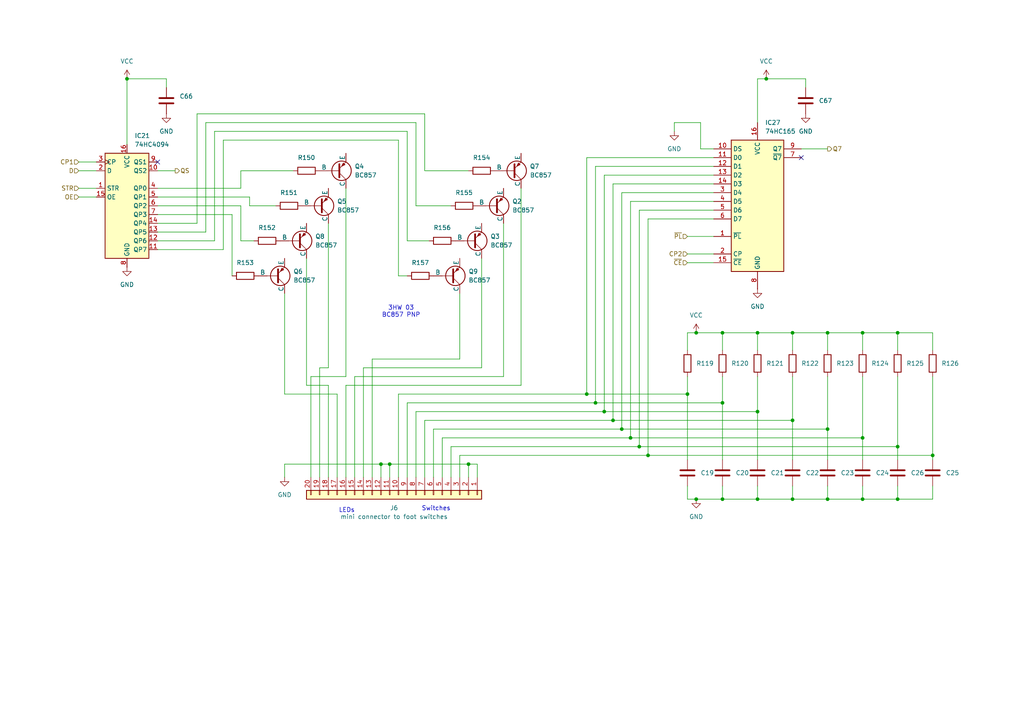
<source format=kicad_sch>
(kicad_sch
	(version 20231120)
	(generator "eeschema")
	(generator_version "8.0")
	(uuid "dd693076-91d4-46c8-b555-f17a125718ca")
	(paper "A4")
	(title_block
		(title "Nova System Top Board")
		(date "2024-05-22")
		(rev "01")
		(company "tc electronic")
		(comment 1 "Reverse Engineered!")
		(comment 2 "Foot Switched and their LEDs")
	)
	(lib_symbols
		(symbol "74xx:74LS165"
			(exclude_from_sim no)
			(in_bom yes)
			(on_board yes)
			(property "Reference" "U"
				(at -7.62 19.05 0)
				(effects
					(font
						(size 1.27 1.27)
					)
				)
			)
			(property "Value" "74LS165"
				(at -7.62 -21.59 0)
				(effects
					(font
						(size 1.27 1.27)
					)
				)
			)
			(property "Footprint" ""
				(at 0 0 0)
				(effects
					(font
						(size 1.27 1.27)
					)
					(hide yes)
				)
			)
			(property "Datasheet" "https://www.ti.com/lit/ds/symlink/sn74ls165a.pdf"
				(at 0 0 0)
				(effects
					(font
						(size 1.27 1.27)
					)
					(hide yes)
				)
			)
			(property "Description" "Shift Register 8-bit, parallel load"
				(at 0 0 0)
				(effects
					(font
						(size 1.27 1.27)
					)
					(hide yes)
				)
			)
			(property "ki_keywords" "TTL SR SR8"
				(at 0 0 0)
				(effects
					(font
						(size 1.27 1.27)
					)
					(hide yes)
				)
			)
			(property "ki_fp_filters" "DIP?16* SO*16*3.9x9.9mm*P1.27mm* SSOP*16*5.3x6.2mm*P0.65mm* TSSOP*16*4.4x5mm*P0.65*"
				(at 0 0 0)
				(effects
					(font
						(size 1.27 1.27)
					)
					(hide yes)
				)
			)
			(symbol "74LS165_1_0"
				(pin input line
					(at -12.7 -10.16 0)
					(length 5.08)
					(name "~{PL}"
						(effects
							(font
								(size 1.27 1.27)
							)
						)
					)
					(number "1"
						(effects
							(font
								(size 1.27 1.27)
							)
						)
					)
				)
				(pin input line
					(at -12.7 15.24 0)
					(length 5.08)
					(name "DS"
						(effects
							(font
								(size 1.27 1.27)
							)
						)
					)
					(number "10"
						(effects
							(font
								(size 1.27 1.27)
							)
						)
					)
				)
				(pin input line
					(at -12.7 12.7 0)
					(length 5.08)
					(name "D0"
						(effects
							(font
								(size 1.27 1.27)
							)
						)
					)
					(number "11"
						(effects
							(font
								(size 1.27 1.27)
							)
						)
					)
				)
				(pin input line
					(at -12.7 10.16 0)
					(length 5.08)
					(name "D1"
						(effects
							(font
								(size 1.27 1.27)
							)
						)
					)
					(number "12"
						(effects
							(font
								(size 1.27 1.27)
							)
						)
					)
				)
				(pin input line
					(at -12.7 7.62 0)
					(length 5.08)
					(name "D2"
						(effects
							(font
								(size 1.27 1.27)
							)
						)
					)
					(number "13"
						(effects
							(font
								(size 1.27 1.27)
							)
						)
					)
				)
				(pin input line
					(at -12.7 5.08 0)
					(length 5.08)
					(name "D3"
						(effects
							(font
								(size 1.27 1.27)
							)
						)
					)
					(number "14"
						(effects
							(font
								(size 1.27 1.27)
							)
						)
					)
				)
				(pin input line
					(at -12.7 -17.78 0)
					(length 5.08)
					(name "~{CE}"
						(effects
							(font
								(size 1.27 1.27)
							)
						)
					)
					(number "15"
						(effects
							(font
								(size 1.27 1.27)
							)
						)
					)
				)
				(pin power_in line
					(at 0 22.86 270)
					(length 5.08)
					(name "VCC"
						(effects
							(font
								(size 1.27 1.27)
							)
						)
					)
					(number "16"
						(effects
							(font
								(size 1.27 1.27)
							)
						)
					)
				)
				(pin input line
					(at -12.7 -15.24 0)
					(length 5.08)
					(name "CP"
						(effects
							(font
								(size 1.27 1.27)
							)
						)
					)
					(number "2"
						(effects
							(font
								(size 1.27 1.27)
							)
						)
					)
				)
				(pin input line
					(at -12.7 2.54 0)
					(length 5.08)
					(name "D4"
						(effects
							(font
								(size 1.27 1.27)
							)
						)
					)
					(number "3"
						(effects
							(font
								(size 1.27 1.27)
							)
						)
					)
				)
				(pin input line
					(at -12.7 0 0)
					(length 5.08)
					(name "D5"
						(effects
							(font
								(size 1.27 1.27)
							)
						)
					)
					(number "4"
						(effects
							(font
								(size 1.27 1.27)
							)
						)
					)
				)
				(pin input line
					(at -12.7 -2.54 0)
					(length 5.08)
					(name "D6"
						(effects
							(font
								(size 1.27 1.27)
							)
						)
					)
					(number "5"
						(effects
							(font
								(size 1.27 1.27)
							)
						)
					)
				)
				(pin input line
					(at -12.7 -5.08 0)
					(length 5.08)
					(name "D7"
						(effects
							(font
								(size 1.27 1.27)
							)
						)
					)
					(number "6"
						(effects
							(font
								(size 1.27 1.27)
							)
						)
					)
				)
				(pin output line
					(at 12.7 12.7 180)
					(length 5.08)
					(name "~{Q7}"
						(effects
							(font
								(size 1.27 1.27)
							)
						)
					)
					(number "7"
						(effects
							(font
								(size 1.27 1.27)
							)
						)
					)
				)
				(pin power_in line
					(at 0 -25.4 90)
					(length 5.08)
					(name "GND"
						(effects
							(font
								(size 1.27 1.27)
							)
						)
					)
					(number "8"
						(effects
							(font
								(size 1.27 1.27)
							)
						)
					)
				)
				(pin output line
					(at 12.7 15.24 180)
					(length 5.08)
					(name "Q7"
						(effects
							(font
								(size 1.27 1.27)
							)
						)
					)
					(number "9"
						(effects
							(font
								(size 1.27 1.27)
							)
						)
					)
				)
			)
			(symbol "74LS165_1_1"
				(rectangle
					(start -7.62 17.78)
					(end 7.62 -20.32)
					(stroke
						(width 0.254)
						(type default)
					)
					(fill
						(type background)
					)
				)
			)
		)
		(symbol "Connector_Generic:Conn_01x20"
			(pin_names
				(offset 1.016) hide)
			(exclude_from_sim no)
			(in_bom yes)
			(on_board yes)
			(property "Reference" "J"
				(at 0 25.4 0)
				(effects
					(font
						(size 1.27 1.27)
					)
				)
			)
			(property "Value" "Conn_01x20"
				(at 0 -27.94 0)
				(effects
					(font
						(size 1.27 1.27)
					)
				)
			)
			(property "Footprint" ""
				(at 0 0 0)
				(effects
					(font
						(size 1.27 1.27)
					)
					(hide yes)
				)
			)
			(property "Datasheet" "~"
				(at 0 0 0)
				(effects
					(font
						(size 1.27 1.27)
					)
					(hide yes)
				)
			)
			(property "Description" "Generic connector, single row, 01x20, script generated (kicad-library-utils/schlib/autogen/connector/)"
				(at 0 0 0)
				(effects
					(font
						(size 1.27 1.27)
					)
					(hide yes)
				)
			)
			(property "ki_keywords" "connector"
				(at 0 0 0)
				(effects
					(font
						(size 1.27 1.27)
					)
					(hide yes)
				)
			)
			(property "ki_fp_filters" "Connector*:*_1x??_*"
				(at 0 0 0)
				(effects
					(font
						(size 1.27 1.27)
					)
					(hide yes)
				)
			)
			(symbol "Conn_01x20_1_1"
				(rectangle
					(start -1.27 -25.273)
					(end 0 -25.527)
					(stroke
						(width 0.1524)
						(type default)
					)
					(fill
						(type none)
					)
				)
				(rectangle
					(start -1.27 -22.733)
					(end 0 -22.987)
					(stroke
						(width 0.1524)
						(type default)
					)
					(fill
						(type none)
					)
				)
				(rectangle
					(start -1.27 -20.193)
					(end 0 -20.447)
					(stroke
						(width 0.1524)
						(type default)
					)
					(fill
						(type none)
					)
				)
				(rectangle
					(start -1.27 -17.653)
					(end 0 -17.907)
					(stroke
						(width 0.1524)
						(type default)
					)
					(fill
						(type none)
					)
				)
				(rectangle
					(start -1.27 -15.113)
					(end 0 -15.367)
					(stroke
						(width 0.1524)
						(type default)
					)
					(fill
						(type none)
					)
				)
				(rectangle
					(start -1.27 -12.573)
					(end 0 -12.827)
					(stroke
						(width 0.1524)
						(type default)
					)
					(fill
						(type none)
					)
				)
				(rectangle
					(start -1.27 -10.033)
					(end 0 -10.287)
					(stroke
						(width 0.1524)
						(type default)
					)
					(fill
						(type none)
					)
				)
				(rectangle
					(start -1.27 -7.493)
					(end 0 -7.747)
					(stroke
						(width 0.1524)
						(type default)
					)
					(fill
						(type none)
					)
				)
				(rectangle
					(start -1.27 -4.953)
					(end 0 -5.207)
					(stroke
						(width 0.1524)
						(type default)
					)
					(fill
						(type none)
					)
				)
				(rectangle
					(start -1.27 -2.413)
					(end 0 -2.667)
					(stroke
						(width 0.1524)
						(type default)
					)
					(fill
						(type none)
					)
				)
				(rectangle
					(start -1.27 0.127)
					(end 0 -0.127)
					(stroke
						(width 0.1524)
						(type default)
					)
					(fill
						(type none)
					)
				)
				(rectangle
					(start -1.27 2.667)
					(end 0 2.413)
					(stroke
						(width 0.1524)
						(type default)
					)
					(fill
						(type none)
					)
				)
				(rectangle
					(start -1.27 5.207)
					(end 0 4.953)
					(stroke
						(width 0.1524)
						(type default)
					)
					(fill
						(type none)
					)
				)
				(rectangle
					(start -1.27 7.747)
					(end 0 7.493)
					(stroke
						(width 0.1524)
						(type default)
					)
					(fill
						(type none)
					)
				)
				(rectangle
					(start -1.27 10.287)
					(end 0 10.033)
					(stroke
						(width 0.1524)
						(type default)
					)
					(fill
						(type none)
					)
				)
				(rectangle
					(start -1.27 12.827)
					(end 0 12.573)
					(stroke
						(width 0.1524)
						(type default)
					)
					(fill
						(type none)
					)
				)
				(rectangle
					(start -1.27 15.367)
					(end 0 15.113)
					(stroke
						(width 0.1524)
						(type default)
					)
					(fill
						(type none)
					)
				)
				(rectangle
					(start -1.27 17.907)
					(end 0 17.653)
					(stroke
						(width 0.1524)
						(type default)
					)
					(fill
						(type none)
					)
				)
				(rectangle
					(start -1.27 20.447)
					(end 0 20.193)
					(stroke
						(width 0.1524)
						(type default)
					)
					(fill
						(type none)
					)
				)
				(rectangle
					(start -1.27 22.987)
					(end 0 22.733)
					(stroke
						(width 0.1524)
						(type default)
					)
					(fill
						(type none)
					)
				)
				(rectangle
					(start -1.27 24.13)
					(end 1.27 -26.67)
					(stroke
						(width 0.254)
						(type default)
					)
					(fill
						(type background)
					)
				)
				(pin passive line
					(at -5.08 22.86 0)
					(length 3.81)
					(name "Pin_1"
						(effects
							(font
								(size 1.27 1.27)
							)
						)
					)
					(number "1"
						(effects
							(font
								(size 1.27 1.27)
							)
						)
					)
				)
				(pin passive line
					(at -5.08 0 0)
					(length 3.81)
					(name "Pin_10"
						(effects
							(font
								(size 1.27 1.27)
							)
						)
					)
					(number "10"
						(effects
							(font
								(size 1.27 1.27)
							)
						)
					)
				)
				(pin passive line
					(at -5.08 -2.54 0)
					(length 3.81)
					(name "Pin_11"
						(effects
							(font
								(size 1.27 1.27)
							)
						)
					)
					(number "11"
						(effects
							(font
								(size 1.27 1.27)
							)
						)
					)
				)
				(pin passive line
					(at -5.08 -5.08 0)
					(length 3.81)
					(name "Pin_12"
						(effects
							(font
								(size 1.27 1.27)
							)
						)
					)
					(number "12"
						(effects
							(font
								(size 1.27 1.27)
							)
						)
					)
				)
				(pin passive line
					(at -5.08 -7.62 0)
					(length 3.81)
					(name "Pin_13"
						(effects
							(font
								(size 1.27 1.27)
							)
						)
					)
					(number "13"
						(effects
							(font
								(size 1.27 1.27)
							)
						)
					)
				)
				(pin passive line
					(at -5.08 -10.16 0)
					(length 3.81)
					(name "Pin_14"
						(effects
							(font
								(size 1.27 1.27)
							)
						)
					)
					(number "14"
						(effects
							(font
								(size 1.27 1.27)
							)
						)
					)
				)
				(pin passive line
					(at -5.08 -12.7 0)
					(length 3.81)
					(name "Pin_15"
						(effects
							(font
								(size 1.27 1.27)
							)
						)
					)
					(number "15"
						(effects
							(font
								(size 1.27 1.27)
							)
						)
					)
				)
				(pin passive line
					(at -5.08 -15.24 0)
					(length 3.81)
					(name "Pin_16"
						(effects
							(font
								(size 1.27 1.27)
							)
						)
					)
					(number "16"
						(effects
							(font
								(size 1.27 1.27)
							)
						)
					)
				)
				(pin passive line
					(at -5.08 -17.78 0)
					(length 3.81)
					(name "Pin_17"
						(effects
							(font
								(size 1.27 1.27)
							)
						)
					)
					(number "17"
						(effects
							(font
								(size 1.27 1.27)
							)
						)
					)
				)
				(pin passive line
					(at -5.08 -20.32 0)
					(length 3.81)
					(name "Pin_18"
						(effects
							(font
								(size 1.27 1.27)
							)
						)
					)
					(number "18"
						(effects
							(font
								(size 1.27 1.27)
							)
						)
					)
				)
				(pin passive line
					(at -5.08 -22.86 0)
					(length 3.81)
					(name "Pin_19"
						(effects
							(font
								(size 1.27 1.27)
							)
						)
					)
					(number "19"
						(effects
							(font
								(size 1.27 1.27)
							)
						)
					)
				)
				(pin passive line
					(at -5.08 20.32 0)
					(length 3.81)
					(name "Pin_2"
						(effects
							(font
								(size 1.27 1.27)
							)
						)
					)
					(number "2"
						(effects
							(font
								(size 1.27 1.27)
							)
						)
					)
				)
				(pin passive line
					(at -5.08 -25.4 0)
					(length 3.81)
					(name "Pin_20"
						(effects
							(font
								(size 1.27 1.27)
							)
						)
					)
					(number "20"
						(effects
							(font
								(size 1.27 1.27)
							)
						)
					)
				)
				(pin passive line
					(at -5.08 17.78 0)
					(length 3.81)
					(name "Pin_3"
						(effects
							(font
								(size 1.27 1.27)
							)
						)
					)
					(number "3"
						(effects
							(font
								(size 1.27 1.27)
							)
						)
					)
				)
				(pin passive line
					(at -5.08 15.24 0)
					(length 3.81)
					(name "Pin_4"
						(effects
							(font
								(size 1.27 1.27)
							)
						)
					)
					(number "4"
						(effects
							(font
								(size 1.27 1.27)
							)
						)
					)
				)
				(pin passive line
					(at -5.08 12.7 0)
					(length 3.81)
					(name "Pin_5"
						(effects
							(font
								(size 1.27 1.27)
							)
						)
					)
					(number "5"
						(effects
							(font
								(size 1.27 1.27)
							)
						)
					)
				)
				(pin passive line
					(at -5.08 10.16 0)
					(length 3.81)
					(name "Pin_6"
						(effects
							(font
								(size 1.27 1.27)
							)
						)
					)
					(number "6"
						(effects
							(font
								(size 1.27 1.27)
							)
						)
					)
				)
				(pin passive line
					(at -5.08 7.62 0)
					(length 3.81)
					(name "Pin_7"
						(effects
							(font
								(size 1.27 1.27)
							)
						)
					)
					(number "7"
						(effects
							(font
								(size 1.27 1.27)
							)
						)
					)
				)
				(pin passive line
					(at -5.08 5.08 0)
					(length 3.81)
					(name "Pin_8"
						(effects
							(font
								(size 1.27 1.27)
							)
						)
					)
					(number "8"
						(effects
							(font
								(size 1.27 1.27)
							)
						)
					)
				)
				(pin passive line
					(at -5.08 2.54 0)
					(length 3.81)
					(name "Pin_9"
						(effects
							(font
								(size 1.27 1.27)
							)
						)
					)
					(number "9"
						(effects
							(font
								(size 1.27 1.27)
							)
						)
					)
				)
			)
		)
		(symbol "Device:C"
			(pin_numbers hide)
			(pin_names
				(offset 0.254)
			)
			(exclude_from_sim no)
			(in_bom yes)
			(on_board yes)
			(property "Reference" "C"
				(at 0.635 2.54 0)
				(effects
					(font
						(size 1.27 1.27)
					)
					(justify left)
				)
			)
			(property "Value" "C"
				(at 0.635 -2.54 0)
				(effects
					(font
						(size 1.27 1.27)
					)
					(justify left)
				)
			)
			(property "Footprint" ""
				(at 0.9652 -3.81 0)
				(effects
					(font
						(size 1.27 1.27)
					)
					(hide yes)
				)
			)
			(property "Datasheet" "~"
				(at 0 0 0)
				(effects
					(font
						(size 1.27 1.27)
					)
					(hide yes)
				)
			)
			(property "Description" "Unpolarized capacitor"
				(at 0 0 0)
				(effects
					(font
						(size 1.27 1.27)
					)
					(hide yes)
				)
			)
			(property "ki_keywords" "cap capacitor"
				(at 0 0 0)
				(effects
					(font
						(size 1.27 1.27)
					)
					(hide yes)
				)
			)
			(property "ki_fp_filters" "C_*"
				(at 0 0 0)
				(effects
					(font
						(size 1.27 1.27)
					)
					(hide yes)
				)
			)
			(symbol "C_0_1"
				(polyline
					(pts
						(xy -2.032 -0.762) (xy 2.032 -0.762)
					)
					(stroke
						(width 0.508)
						(type default)
					)
					(fill
						(type none)
					)
				)
				(polyline
					(pts
						(xy -2.032 0.762) (xy 2.032 0.762)
					)
					(stroke
						(width 0.508)
						(type default)
					)
					(fill
						(type none)
					)
				)
			)
			(symbol "C_1_1"
				(pin passive line
					(at 0 3.81 270)
					(length 2.794)
					(name "~"
						(effects
							(font
								(size 1.27 1.27)
							)
						)
					)
					(number "1"
						(effects
							(font
								(size 1.27 1.27)
							)
						)
					)
				)
				(pin passive line
					(at 0 -3.81 90)
					(length 2.794)
					(name "~"
						(effects
							(font
								(size 1.27 1.27)
							)
						)
					)
					(number "2"
						(effects
							(font
								(size 1.27 1.27)
							)
						)
					)
				)
			)
		)
		(symbol "Device:R"
			(pin_numbers hide)
			(pin_names
				(offset 0)
			)
			(exclude_from_sim no)
			(in_bom yes)
			(on_board yes)
			(property "Reference" "R"
				(at 2.032 0 90)
				(effects
					(font
						(size 1.27 1.27)
					)
				)
			)
			(property "Value" "R"
				(at 0 0 90)
				(effects
					(font
						(size 1.27 1.27)
					)
				)
			)
			(property "Footprint" ""
				(at -1.778 0 90)
				(effects
					(font
						(size 1.27 1.27)
					)
					(hide yes)
				)
			)
			(property "Datasheet" "~"
				(at 0 0 0)
				(effects
					(font
						(size 1.27 1.27)
					)
					(hide yes)
				)
			)
			(property "Description" "Resistor"
				(at 0 0 0)
				(effects
					(font
						(size 1.27 1.27)
					)
					(hide yes)
				)
			)
			(property "ki_keywords" "R res resistor"
				(at 0 0 0)
				(effects
					(font
						(size 1.27 1.27)
					)
					(hide yes)
				)
			)
			(property "ki_fp_filters" "R_*"
				(at 0 0 0)
				(effects
					(font
						(size 1.27 1.27)
					)
					(hide yes)
				)
			)
			(symbol "R_0_1"
				(rectangle
					(start -1.016 -2.54)
					(end 1.016 2.54)
					(stroke
						(width 0.254)
						(type default)
					)
					(fill
						(type none)
					)
				)
			)
			(symbol "R_1_1"
				(pin passive line
					(at 0 3.81 270)
					(length 1.27)
					(name "~"
						(effects
							(font
								(size 1.27 1.27)
							)
						)
					)
					(number "1"
						(effects
							(font
								(size 1.27 1.27)
							)
						)
					)
				)
				(pin passive line
					(at 0 -3.81 90)
					(length 1.27)
					(name "~"
						(effects
							(font
								(size 1.27 1.27)
							)
						)
					)
					(number "2"
						(effects
							(font
								(size 1.27 1.27)
							)
						)
					)
				)
			)
		)
		(symbol "ProjectLib:4094"
			(exclude_from_sim no)
			(in_bom yes)
			(on_board yes)
			(property "Reference" "U"
				(at -9.398 16.764 0)
				(effects
					(font
						(size 1.27 1.27)
					)
				)
			)
			(property "Value" "4094"
				(at -5.588 -20.066 0)
				(effects
					(font
						(size 1.27 1.27)
					)
				)
			)
			(property "Footprint" ""
				(at 3.81 3.81 0)
				(effects
					(font
						(size 1.27 1.27)
					)
					(hide yes)
				)
			)
			(property "Datasheet" ""
				(at 3.81 3.81 0)
				(effects
					(font
						(size 1.27 1.27)
					)
					(hide yes)
				)
			)
			(property "Description" "8-stage shift-and-store bus register"
				(at 1.778 5.334 0)
				(effects
					(font
						(size 1.27 1.27)
					)
					(hide yes)
				)
			)
			(symbol "4094_1_1"
				(rectangle
					(start -6.35 12.7)
					(end 6.35 -17.78)
					(stroke
						(width 0.254)
						(type default)
					)
					(fill
						(type background)
					)
				)
				(pin input line
					(at -8.89 2.54 0)
					(length 2.54)
					(name "STR"
						(effects
							(font
								(size 1.27 1.27)
							)
						)
					)
					(number "1"
						(effects
							(font
								(size 1.27 1.27)
							)
						)
					)
				)
				(pin output line
					(at 8.89 7.62 180)
					(length 2.54)
					(name "QS2"
						(effects
							(font
								(size 1.27 1.27)
							)
						)
					)
					(number "10"
						(effects
							(font
								(size 1.27 1.27)
							)
						)
					)
				)
				(pin output line
					(at 8.89 -15.24 180)
					(length 2.54)
					(name "QP7"
						(effects
							(font
								(size 1.27 1.27)
							)
						)
					)
					(number "11"
						(effects
							(font
								(size 1.27 1.27)
							)
						)
					)
				)
				(pin output line
					(at 8.89 -12.7 180)
					(length 2.54)
					(name "QP6"
						(effects
							(font
								(size 1.27 1.27)
							)
						)
					)
					(number "12"
						(effects
							(font
								(size 1.27 1.27)
							)
						)
					)
				)
				(pin output line
					(at 8.89 -10.16 180)
					(length 2.54)
					(name "QP5"
						(effects
							(font
								(size 1.27 1.27)
							)
						)
					)
					(number "13"
						(effects
							(font
								(size 1.27 1.27)
							)
						)
					)
				)
				(pin output line
					(at 8.89 -7.62 180)
					(length 2.54)
					(name "QP4"
						(effects
							(font
								(size 1.27 1.27)
							)
						)
					)
					(number "14"
						(effects
							(font
								(size 1.27 1.27)
							)
						)
					)
				)
				(pin input line
					(at -8.89 0 0)
					(length 2.54)
					(name "OE"
						(effects
							(font
								(size 1.27 1.27)
							)
						)
					)
					(number "15"
						(effects
							(font
								(size 1.27 1.27)
							)
						)
					)
				)
				(pin power_in line
					(at 0 15.24 270)
					(length 2.54)
					(name "VCC"
						(effects
							(font
								(size 1.27 1.27)
							)
						)
					)
					(number "16"
						(effects
							(font
								(size 1.27 1.27)
							)
						)
					)
				)
				(pin input line
					(at -8.89 7.62 0)
					(length 2.54)
					(name "D"
						(effects
							(font
								(size 1.27 1.27)
							)
						)
					)
					(number "2"
						(effects
							(font
								(size 1.27 1.27)
							)
						)
					)
				)
				(pin input clock
					(at -8.89 10.16 0)
					(length 2.54)
					(name "CP"
						(effects
							(font
								(size 1.27 1.27)
							)
						)
					)
					(number "3"
						(effects
							(font
								(size 1.27 1.27)
							)
						)
					)
				)
				(pin output line
					(at 8.89 2.54 180)
					(length 2.54)
					(name "QP0"
						(effects
							(font
								(size 1.27 1.27)
							)
						)
					)
					(number "4"
						(effects
							(font
								(size 1.27 1.27)
							)
						)
					)
				)
				(pin output line
					(at 8.89 0 180)
					(length 2.54)
					(name "QP1"
						(effects
							(font
								(size 1.27 1.27)
							)
						)
					)
					(number "5"
						(effects
							(font
								(size 1.27 1.27)
							)
						)
					)
				)
				(pin output line
					(at 8.89 -2.54 180)
					(length 2.54)
					(name "QP2"
						(effects
							(font
								(size 1.27 1.27)
							)
						)
					)
					(number "6"
						(effects
							(font
								(size 1.27 1.27)
							)
						)
					)
				)
				(pin output line
					(at 8.89 -5.08 180)
					(length 2.54)
					(name "QP3"
						(effects
							(font
								(size 1.27 1.27)
							)
						)
					)
					(number "7"
						(effects
							(font
								(size 1.27 1.27)
							)
						)
					)
				)
				(pin power_in line
					(at 0 -20.32 90)
					(length 2.54)
					(name "GND"
						(effects
							(font
								(size 1.27 1.27)
							)
						)
					)
					(number "8"
						(effects
							(font
								(size 1.27 1.27)
							)
						)
					)
				)
				(pin output line
					(at 8.89 10.16 180)
					(length 2.54)
					(name "QS1"
						(effects
							(font
								(size 1.27 1.27)
							)
						)
					)
					(number "9"
						(effects
							(font
								(size 1.27 1.27)
							)
						)
					)
				)
			)
		)
		(symbol "Simulation_SPICE:PNP"
			(pin_numbers hide)
			(pin_names
				(offset 0)
			)
			(exclude_from_sim no)
			(in_bom yes)
			(on_board yes)
			(property "Reference" "Q"
				(at -2.54 7.62 0)
				(effects
					(font
						(size 1.27 1.27)
					)
				)
			)
			(property "Value" "PNP"
				(at -2.54 5.08 0)
				(effects
					(font
						(size 1.27 1.27)
					)
				)
			)
			(property "Footprint" ""
				(at 35.56 0 0)
				(effects
					(font
						(size 1.27 1.27)
					)
					(hide yes)
				)
			)
			(property "Datasheet" "https://ngspice.sourceforge.io/docs/ngspice-html-manual/manual.xhtml#cha_BJTs"
				(at 35.56 0 0)
				(effects
					(font
						(size 1.27 1.27)
					)
					(hide yes)
				)
			)
			(property "Description" "Bipolar transistor symbol for simulation only, substrate tied to the emitter"
				(at 0 0 0)
				(effects
					(font
						(size 1.27 1.27)
					)
					(hide yes)
				)
			)
			(property "Sim.Device" "PNP"
				(at 0 0 0)
				(effects
					(font
						(size 1.27 1.27)
					)
					(hide yes)
				)
			)
			(property "Sim.Type" "GUMMELPOON"
				(at 0 0 0)
				(effects
					(font
						(size 1.27 1.27)
					)
					(hide yes)
				)
			)
			(property "Sim.Pins" "1=C 2=B 3=E"
				(at 0 0 0)
				(effects
					(font
						(size 1.27 1.27)
					)
					(hide yes)
				)
			)
			(property "ki_keywords" "simulation"
				(at 0 0 0)
				(effects
					(font
						(size 1.27 1.27)
					)
					(hide yes)
				)
			)
			(symbol "PNP_0_1"
				(polyline
					(pts
						(xy -2.54 0) (xy 0.635 0)
					)
					(stroke
						(width 0.1524)
						(type default)
					)
					(fill
						(type none)
					)
				)
				(polyline
					(pts
						(xy 0.635 0.635) (xy 2.54 2.54)
					)
					(stroke
						(width 0)
						(type default)
					)
					(fill
						(type none)
					)
				)
				(polyline
					(pts
						(xy 0.635 -0.635) (xy 2.54 -2.54) (xy 2.54 -2.54)
					)
					(stroke
						(width 0)
						(type default)
					)
					(fill
						(type none)
					)
				)
				(polyline
					(pts
						(xy 0.635 1.905) (xy 0.635 -1.905) (xy 0.635 -1.905)
					)
					(stroke
						(width 0.508)
						(type default)
					)
					(fill
						(type none)
					)
				)
				(polyline
					(pts
						(xy 2.286 -1.778) (xy 1.778 -2.286) (xy 1.27 -1.27) (xy 2.286 -1.778) (xy 2.286 -1.778)
					)
					(stroke
						(width 0)
						(type default)
					)
					(fill
						(type outline)
					)
				)
				(circle
					(center 1.27 0)
					(radius 2.8194)
					(stroke
						(width 0.254)
						(type default)
					)
					(fill
						(type none)
					)
				)
			)
			(symbol "PNP_1_1"
				(pin open_collector line
					(at 2.54 5.08 270)
					(length 2.54)
					(name "C"
						(effects
							(font
								(size 1.27 1.27)
							)
						)
					)
					(number "1"
						(effects
							(font
								(size 1.27 1.27)
							)
						)
					)
				)
				(pin input line
					(at -5.08 0 0)
					(length 2.54)
					(name "B"
						(effects
							(font
								(size 1.27 1.27)
							)
						)
					)
					(number "2"
						(effects
							(font
								(size 1.27 1.27)
							)
						)
					)
				)
				(pin open_emitter line
					(at 2.54 -5.08 90)
					(length 2.54)
					(name "E"
						(effects
							(font
								(size 1.27 1.27)
							)
						)
					)
					(number "3"
						(effects
							(font
								(size 1.27 1.27)
							)
						)
					)
				)
			)
		)
		(symbol "power:GND"
			(power)
			(pin_numbers hide)
			(pin_names
				(offset 0) hide)
			(exclude_from_sim no)
			(in_bom yes)
			(on_board yes)
			(property "Reference" "#PWR"
				(at 0 -6.35 0)
				(effects
					(font
						(size 1.27 1.27)
					)
					(hide yes)
				)
			)
			(property "Value" "GND"
				(at 0 -3.81 0)
				(effects
					(font
						(size 1.27 1.27)
					)
				)
			)
			(property "Footprint" ""
				(at 0 0 0)
				(effects
					(font
						(size 1.27 1.27)
					)
					(hide yes)
				)
			)
			(property "Datasheet" ""
				(at 0 0 0)
				(effects
					(font
						(size 1.27 1.27)
					)
					(hide yes)
				)
			)
			(property "Description" "Power symbol creates a global label with name \"GND\" , ground"
				(at 0 0 0)
				(effects
					(font
						(size 1.27 1.27)
					)
					(hide yes)
				)
			)
			(property "ki_keywords" "global power"
				(at 0 0 0)
				(effects
					(font
						(size 1.27 1.27)
					)
					(hide yes)
				)
			)
			(symbol "GND_0_1"
				(polyline
					(pts
						(xy 0 0) (xy 0 -1.27) (xy 1.27 -1.27) (xy 0 -2.54) (xy -1.27 -1.27) (xy 0 -1.27)
					)
					(stroke
						(width 0)
						(type default)
					)
					(fill
						(type none)
					)
				)
			)
			(symbol "GND_1_1"
				(pin power_in line
					(at 0 0 270)
					(length 0)
					(name "~"
						(effects
							(font
								(size 1.27 1.27)
							)
						)
					)
					(number "1"
						(effects
							(font
								(size 1.27 1.27)
							)
						)
					)
				)
			)
		)
		(symbol "power:VCC"
			(power)
			(pin_numbers hide)
			(pin_names
				(offset 0) hide)
			(exclude_from_sim no)
			(in_bom yes)
			(on_board yes)
			(property "Reference" "#PWR"
				(at 0 -3.81 0)
				(effects
					(font
						(size 1.27 1.27)
					)
					(hide yes)
				)
			)
			(property "Value" "VCC"
				(at 0 3.556 0)
				(effects
					(font
						(size 1.27 1.27)
					)
				)
			)
			(property "Footprint" ""
				(at 0 0 0)
				(effects
					(font
						(size 1.27 1.27)
					)
					(hide yes)
				)
			)
			(property "Datasheet" ""
				(at 0 0 0)
				(effects
					(font
						(size 1.27 1.27)
					)
					(hide yes)
				)
			)
			(property "Description" "Power symbol creates a global label with name \"VCC\""
				(at 0 0 0)
				(effects
					(font
						(size 1.27 1.27)
					)
					(hide yes)
				)
			)
			(property "ki_keywords" "global power"
				(at 0 0 0)
				(effects
					(font
						(size 1.27 1.27)
					)
					(hide yes)
				)
			)
			(symbol "VCC_0_1"
				(polyline
					(pts
						(xy -0.762 1.27) (xy 0 2.54)
					)
					(stroke
						(width 0)
						(type default)
					)
					(fill
						(type none)
					)
				)
				(polyline
					(pts
						(xy 0 0) (xy 0 2.54)
					)
					(stroke
						(width 0)
						(type default)
					)
					(fill
						(type none)
					)
				)
				(polyline
					(pts
						(xy 0 2.54) (xy 0.762 1.27)
					)
					(stroke
						(width 0)
						(type default)
					)
					(fill
						(type none)
					)
				)
			)
			(symbol "VCC_1_1"
				(pin power_in line
					(at 0 0 90)
					(length 0)
					(name "~"
						(effects
							(font
								(size 1.27 1.27)
							)
						)
					)
					(number "1"
						(effects
							(font
								(size 1.27 1.27)
							)
						)
					)
				)
			)
		)
	)
	(junction
		(at 175.26 119.38)
		(diameter 0)
		(color 0 0 0 0)
		(uuid "036e364e-be81-43e5-b7b5-88335bd491c2")
	)
	(junction
		(at 260.35 129.54)
		(diameter 0)
		(color 0 0 0 0)
		(uuid "11fd77ce-029c-4984-8544-8c597f93c725")
	)
	(junction
		(at 201.93 96.52)
		(diameter 0)
		(color 0 0 0 0)
		(uuid "16564fdc-3d0d-471c-a4c2-31141e5501db")
	)
	(junction
		(at 199.39 114.3)
		(diameter 0)
		(color 0 0 0 0)
		(uuid "2977ad2d-718b-4096-a8d6-c733141dfb67")
	)
	(junction
		(at 229.87 121.92)
		(diameter 0)
		(color 0 0 0 0)
		(uuid "2e4d46ea-070a-453d-b491-f3a5102e30f4")
	)
	(junction
		(at 240.03 96.52)
		(diameter 0)
		(color 0 0 0 0)
		(uuid "30a87c27-1639-4456-a4d2-20501b66a9ff")
	)
	(junction
		(at 201.93 144.78)
		(diameter 0)
		(color 0 0 0 0)
		(uuid "359c380f-eec8-4fe8-9eab-661aa4013a37")
	)
	(junction
		(at 260.35 96.52)
		(diameter 0)
		(color 0 0 0 0)
		(uuid "3690d508-952f-4ede-81f0-6fd27821a664")
	)
	(junction
		(at 250.19 127)
		(diameter 0)
		(color 0 0 0 0)
		(uuid "3b997d53-6095-47f0-86d1-4b8f87c07fd3")
	)
	(junction
		(at 209.55 116.84)
		(diameter 0)
		(color 0 0 0 0)
		(uuid "3d257896-4256-48e7-ac14-efe320972ead")
	)
	(junction
		(at 110.49 134.62)
		(diameter 0)
		(color 0 0 0 0)
		(uuid "463d19ac-ec2c-4020-8e6d-326be09b749f")
	)
	(junction
		(at 260.35 144.78)
		(diameter 0)
		(color 0 0 0 0)
		(uuid "4e45186c-9764-456b-8ec0-bac4a3a14381")
	)
	(junction
		(at 177.8 121.92)
		(diameter 0)
		(color 0 0 0 0)
		(uuid "56d82e54-1bf3-453e-ab63-79ba8e6ed69d")
	)
	(junction
		(at 185.42 129.54)
		(diameter 0)
		(color 0 0 0 0)
		(uuid "7cddc7ad-1ac3-47a3-919a-79d91fd2e941")
	)
	(junction
		(at 219.71 144.78)
		(diameter 0)
		(color 0 0 0 0)
		(uuid "8118efed-ceca-4ecb-815b-c35c2f52af32")
	)
	(junction
		(at 219.71 119.38)
		(diameter 0)
		(color 0 0 0 0)
		(uuid "8566a3e3-371c-47c1-bfcb-4c91b5a3bddc")
	)
	(junction
		(at 209.55 96.52)
		(diameter 0)
		(color 0 0 0 0)
		(uuid "91775a3a-9c74-4ca3-8483-dd6583440cda")
	)
	(junction
		(at 135.89 134.62)
		(diameter 0)
		(color 0 0 0 0)
		(uuid "a560a79a-5820-4af2-8d07-bfcceaf265fd")
	)
	(junction
		(at 250.19 96.52)
		(diameter 0)
		(color 0 0 0 0)
		(uuid "b0158eae-54b9-417c-9f7d-3d4ad9d16e12")
	)
	(junction
		(at 36.83 22.86)
		(diameter 0)
		(color 0 0 0 0)
		(uuid "b2965c23-1bf1-41ad-8a40-6ba9966a3f9c")
	)
	(junction
		(at 250.19 144.78)
		(diameter 0)
		(color 0 0 0 0)
		(uuid "b733a75f-86ba-404f-9bb6-7d0f0d54c8ed")
	)
	(junction
		(at 209.55 144.78)
		(diameter 0)
		(color 0 0 0 0)
		(uuid "babbf129-a24d-4fba-82cf-67b799a20a89")
	)
	(junction
		(at 229.87 144.78)
		(diameter 0)
		(color 0 0 0 0)
		(uuid "c0a407c8-3758-4107-89f3-51e879a342a8")
	)
	(junction
		(at 229.87 96.52)
		(diameter 0)
		(color 0 0 0 0)
		(uuid "cb2a2f45-f247-4288-9f3a-bcc893c0ff5f")
	)
	(junction
		(at 113.03 134.62)
		(diameter 0)
		(color 0 0 0 0)
		(uuid "cca5d00f-5c99-4e36-aba8-005d29c434ac")
	)
	(junction
		(at 240.03 144.78)
		(diameter 0)
		(color 0 0 0 0)
		(uuid "cefbebef-2e60-47fe-aa6d-c85e9aa3711c")
	)
	(junction
		(at 222.25 22.86)
		(diameter 0)
		(color 0 0 0 0)
		(uuid "d2f3e3a9-a48c-4799-8ada-333a87857631")
	)
	(junction
		(at 270.51 132.08)
		(diameter 0)
		(color 0 0 0 0)
		(uuid "d323a82a-e24e-42ac-8b70-dd862e840925")
	)
	(junction
		(at 187.96 132.08)
		(diameter 0)
		(color 0 0 0 0)
		(uuid "d7c523a1-f56c-4b79-9ec0-528b77c25e27")
	)
	(junction
		(at 219.71 96.52)
		(diameter 0)
		(color 0 0 0 0)
		(uuid "d7df291c-0e35-4b12-aba0-909133cb4fbf")
	)
	(junction
		(at 180.34 124.46)
		(diameter 0)
		(color 0 0 0 0)
		(uuid "dbb7695a-e4a0-48c4-8d4d-076d1c370d0a")
	)
	(junction
		(at 172.72 116.84)
		(diameter 0)
		(color 0 0 0 0)
		(uuid "dcf00d46-41b9-4b6e-8ea2-e9471638ed0c")
	)
	(junction
		(at 240.03 124.46)
		(diameter 0)
		(color 0 0 0 0)
		(uuid "e310a604-909d-4505-a2fa-0ce18f4b22dd")
	)
	(junction
		(at 182.88 127)
		(diameter 0)
		(color 0 0 0 0)
		(uuid "e654ba2a-791b-4ba1-bc88-c406670c73a6")
	)
	(junction
		(at 170.18 114.3)
		(diameter 0)
		(color 0 0 0 0)
		(uuid "eab59a67-9099-4647-a3e1-878b56e7e5a2")
	)
	(no_connect
		(at 232.41 45.72)
		(uuid "5f3c8a2a-6cf1-4e3c-b489-0aecb02dcfc9")
	)
	(no_connect
		(at 45.72 46.99)
		(uuid "f5bf8cda-3826-4967-90c9-1627f79191fb")
	)
	(wire
		(pts
			(xy 170.18 114.3) (xy 199.39 114.3)
		)
		(stroke
			(width 0)
			(type default)
		)
		(uuid "04c4f9e5-cf56-47d1-a69e-109d53602a4d")
	)
	(wire
		(pts
			(xy 88.9 111.76) (xy 95.25 111.76)
		)
		(stroke
			(width 0)
			(type default)
		)
		(uuid "05f5327f-ac9f-420d-9077-3696657e798a")
	)
	(wire
		(pts
			(xy 199.39 68.58) (xy 207.01 68.58)
		)
		(stroke
			(width 0)
			(type default)
		)
		(uuid "06bb946a-60d4-4af3-815b-f21b074e3b31")
	)
	(wire
		(pts
			(xy 151.13 54.61) (xy 151.13 111.76)
		)
		(stroke
			(width 0)
			(type default)
		)
		(uuid "0993eb2d-e873-47f2-a350-52f51bd83028")
	)
	(wire
		(pts
			(xy 45.72 59.69) (xy 69.85 59.69)
		)
		(stroke
			(width 0)
			(type default)
		)
		(uuid "0aac50c8-49e3-4a8f-ab21-71051b2fe1b5")
	)
	(wire
		(pts
			(xy 240.03 96.52) (xy 240.03 101.6)
		)
		(stroke
			(width 0)
			(type default)
		)
		(uuid "0b27b715-ae74-4847-8054-1b51661f6afd")
	)
	(wire
		(pts
			(xy 240.03 109.22) (xy 240.03 124.46)
		)
		(stroke
			(width 0)
			(type default)
		)
		(uuid "0bc84c1f-9fd1-4f32-82ff-959781f37e4f")
	)
	(wire
		(pts
			(xy 219.71 22.86) (xy 222.25 22.86)
		)
		(stroke
			(width 0)
			(type default)
		)
		(uuid "0bce1e89-8f48-4a4b-8eea-a433efd12ee9")
	)
	(wire
		(pts
			(xy 146.05 109.22) (xy 102.87 109.22)
		)
		(stroke
			(width 0)
			(type default)
		)
		(uuid "0d316ee5-a04a-40f2-bc5d-01b30215db05")
	)
	(wire
		(pts
			(xy 120.65 138.43) (xy 120.65 119.38)
		)
		(stroke
			(width 0)
			(type default)
		)
		(uuid "0f33c1ea-6a79-4402-9563-723c61ab265c")
	)
	(wire
		(pts
			(xy 240.03 144.78) (xy 250.19 144.78)
		)
		(stroke
			(width 0)
			(type default)
		)
		(uuid "0f7eb66f-0f9d-467e-9ab8-e38503bbc7d6")
	)
	(wire
		(pts
			(xy 240.03 140.97) (xy 240.03 144.78)
		)
		(stroke
			(width 0)
			(type default)
		)
		(uuid "1041f60e-d16b-4d3e-9910-cc0a70b917f3")
	)
	(wire
		(pts
			(xy 67.31 80.01) (xy 67.31 62.23)
		)
		(stroke
			(width 0)
			(type default)
		)
		(uuid "11b2c36b-753e-4840-bae3-6f6c1f97fcf4")
	)
	(wire
		(pts
			(xy 185.42 60.96) (xy 207.01 60.96)
		)
		(stroke
			(width 0)
			(type default)
		)
		(uuid "1339df3b-b587-4fd3-9797-8a4dc0ae41ca")
	)
	(wire
		(pts
			(xy 151.13 111.76) (xy 100.33 111.76)
		)
		(stroke
			(width 0)
			(type default)
		)
		(uuid "15838402-c4e9-4364-9e11-4b7b18a5f7a4")
	)
	(wire
		(pts
			(xy 199.39 96.52) (xy 201.93 96.52)
		)
		(stroke
			(width 0)
			(type default)
		)
		(uuid "16f893bd-94db-41d5-b271-90bd9db19dc0")
	)
	(wire
		(pts
			(xy 203.2 43.18) (xy 207.01 43.18)
		)
		(stroke
			(width 0)
			(type default)
		)
		(uuid "174fff70-acdb-489f-a682-1042746cf91a")
	)
	(wire
		(pts
			(xy 48.26 22.86) (xy 48.26 25.4)
		)
		(stroke
			(width 0)
			(type default)
		)
		(uuid "177d16f0-8197-4c89-9946-4c57920518ed")
	)
	(wire
		(pts
			(xy 177.8 53.34) (xy 207.01 53.34)
		)
		(stroke
			(width 0)
			(type default)
		)
		(uuid "17e36546-616c-4f13-acf4-02e22665e700")
	)
	(wire
		(pts
			(xy 130.81 129.54) (xy 185.42 129.54)
		)
		(stroke
			(width 0)
			(type default)
		)
		(uuid "190094e5-b926-4ab5-b3ee-945de2748268")
	)
	(wire
		(pts
			(xy 177.8 121.92) (xy 229.87 121.92)
		)
		(stroke
			(width 0)
			(type default)
		)
		(uuid "19ee9af7-9928-4bcf-be78-5b9a6035c2b0")
	)
	(wire
		(pts
			(xy 36.83 41.91) (xy 36.83 22.86)
		)
		(stroke
			(width 0)
			(type default)
		)
		(uuid "1ce735fe-1e9b-4867-ac26-b740f361f781")
	)
	(wire
		(pts
			(xy 209.55 96.52) (xy 209.55 101.6)
		)
		(stroke
			(width 0)
			(type default)
		)
		(uuid "1e785115-1cd4-4d4f-84d1-16a867cc7028")
	)
	(wire
		(pts
			(xy 110.49 134.62) (xy 110.49 138.43)
		)
		(stroke
			(width 0)
			(type default)
		)
		(uuid "209cf5f8-5f7d-4a42-b400-08266b3fd362")
	)
	(wire
		(pts
			(xy 177.8 121.92) (xy 177.8 53.34)
		)
		(stroke
			(width 0)
			(type default)
		)
		(uuid "2151f2a2-e3e3-4be0-9d3c-20affd0c3468")
	)
	(wire
		(pts
			(xy 209.55 140.97) (xy 209.55 144.78)
		)
		(stroke
			(width 0)
			(type default)
		)
		(uuid "236f1519-67d6-430f-af8f-614c22a13708")
	)
	(wire
		(pts
			(xy 180.34 124.46) (xy 180.34 55.88)
		)
		(stroke
			(width 0)
			(type default)
		)
		(uuid "2466aac5-900f-4aae-995f-b29d611d08ac")
	)
	(wire
		(pts
			(xy 105.41 106.68) (xy 105.41 138.43)
		)
		(stroke
			(width 0)
			(type default)
		)
		(uuid "2548b706-a07e-45a1-8096-eab7eccebc32")
	)
	(wire
		(pts
			(xy 260.35 129.54) (xy 260.35 133.35)
		)
		(stroke
			(width 0)
			(type default)
		)
		(uuid "273d2617-9d37-42d3-a2c0-c08d8a78327b")
	)
	(wire
		(pts
			(xy 125.73 138.43) (xy 125.73 124.46)
		)
		(stroke
			(width 0)
			(type default)
		)
		(uuid "27c94988-3e46-4b3b-bf46-a513e1769833")
	)
	(wire
		(pts
			(xy 88.9 74.93) (xy 88.9 111.76)
		)
		(stroke
			(width 0)
			(type default)
		)
		(uuid "28940c67-463a-4b33-a853-33691b33de6e")
	)
	(wire
		(pts
			(xy 138.43 134.62) (xy 135.89 134.62)
		)
		(stroke
			(width 0)
			(type default)
		)
		(uuid "29024246-be2a-4058-8732-eef13925d931")
	)
	(wire
		(pts
			(xy 229.87 144.78) (xy 240.03 144.78)
		)
		(stroke
			(width 0)
			(type default)
		)
		(uuid "2a3dbf98-f954-4f4f-bf39-93511235ab3d")
	)
	(wire
		(pts
			(xy 22.86 57.15) (xy 27.94 57.15)
		)
		(stroke
			(width 0)
			(type default)
		)
		(uuid "2b0b7b24-0a2b-44f6-926c-d37e258b64f6")
	)
	(wire
		(pts
			(xy 219.71 35.56) (xy 219.71 22.86)
		)
		(stroke
			(width 0)
			(type default)
		)
		(uuid "2ca9ef06-dc8f-421f-be86-b7192550e5df")
	)
	(wire
		(pts
			(xy 59.69 67.31) (xy 59.69 35.56)
		)
		(stroke
			(width 0)
			(type default)
		)
		(uuid "2cad5738-197b-4f9d-8fcd-e9709b66de44")
	)
	(wire
		(pts
			(xy 62.23 69.85) (xy 62.23 38.1)
		)
		(stroke
			(width 0)
			(type default)
		)
		(uuid "33d628fa-40e7-4d99-85ee-3f8a498b7927")
	)
	(wire
		(pts
			(xy 270.51 144.78) (xy 270.51 140.97)
		)
		(stroke
			(width 0)
			(type default)
		)
		(uuid "35380574-5d0e-4441-a6f5-464055e6254e")
	)
	(wire
		(pts
			(xy 22.86 46.99) (xy 27.94 46.99)
		)
		(stroke
			(width 0)
			(type default)
		)
		(uuid "39368e04-6bf7-4f26-8fae-76c2b5ddf741")
	)
	(wire
		(pts
			(xy 128.27 127) (xy 128.27 138.43)
		)
		(stroke
			(width 0)
			(type default)
		)
		(uuid "3a471ab4-c22d-49c7-8e94-59d694649719")
	)
	(wire
		(pts
			(xy 195.58 35.56) (xy 203.2 35.56)
		)
		(stroke
			(width 0)
			(type default)
		)
		(uuid "3a5d559a-519c-4dac-a20f-6f31215d4409")
	)
	(wire
		(pts
			(xy 95.25 111.76) (xy 95.25 138.43)
		)
		(stroke
			(width 0)
			(type default)
		)
		(uuid "3b06aa95-6bf0-433e-a3a6-8e67287b8b3c")
	)
	(wire
		(pts
			(xy 201.93 96.52) (xy 209.55 96.52)
		)
		(stroke
			(width 0)
			(type default)
		)
		(uuid "3d1ca2e2-da88-4a1c-98b6-692c63c56257")
	)
	(wire
		(pts
			(xy 118.11 38.1) (xy 118.11 69.85)
		)
		(stroke
			(width 0)
			(type default)
		)
		(uuid "3eeda696-eaad-4447-ad48-a67ad688da94")
	)
	(wire
		(pts
			(xy 270.51 132.08) (xy 270.51 133.35)
		)
		(stroke
			(width 0)
			(type default)
		)
		(uuid "40196077-e1a9-4e3b-b99f-6e79ea7986de")
	)
	(wire
		(pts
			(xy 115.57 138.43) (xy 115.57 114.3)
		)
		(stroke
			(width 0)
			(type default)
		)
		(uuid "40319043-d0f8-495d-a62d-5434dc99d2c4")
	)
	(wire
		(pts
			(xy 59.69 35.56) (xy 120.65 35.56)
		)
		(stroke
			(width 0)
			(type default)
		)
		(uuid "40d4e900-7e6e-4bb2-903f-972b9897d25f")
	)
	(wire
		(pts
			(xy 229.87 96.52) (xy 240.03 96.52)
		)
		(stroke
			(width 0)
			(type default)
		)
		(uuid "40d81d46-5ace-4d8e-9195-4449072f6f70")
	)
	(wire
		(pts
			(xy 123.19 138.43) (xy 123.19 121.92)
		)
		(stroke
			(width 0)
			(type default)
		)
		(uuid "42f960b6-a9db-45e4-a0da-28a49683a846")
	)
	(wire
		(pts
			(xy 182.88 58.42) (xy 207.01 58.42)
		)
		(stroke
			(width 0)
			(type default)
		)
		(uuid "431345c7-9959-4414-a020-e3af4ae55973")
	)
	(wire
		(pts
			(xy 22.86 49.53) (xy 27.94 49.53)
		)
		(stroke
			(width 0)
			(type default)
		)
		(uuid "43415941-f58e-4fc8-be35-46e14f73cf8d")
	)
	(wire
		(pts
			(xy 133.35 104.14) (xy 107.95 104.14)
		)
		(stroke
			(width 0)
			(type default)
		)
		(uuid "44bf5d2a-e7f7-422f-a814-4ee6572bbc7e")
	)
	(wire
		(pts
			(xy 45.72 69.85) (xy 62.23 69.85)
		)
		(stroke
			(width 0)
			(type default)
		)
		(uuid "473acf36-5692-4073-9f05-c2453e9e58c6")
	)
	(wire
		(pts
			(xy 113.03 134.62) (xy 110.49 134.62)
		)
		(stroke
			(width 0)
			(type default)
		)
		(uuid "4aafbf32-1714-4c8b-a87b-1b4dc3590d36")
	)
	(wire
		(pts
			(xy 57.15 64.77) (xy 57.15 33.02)
		)
		(stroke
			(width 0)
			(type default)
		)
		(uuid "4cb2fae0-7b50-4d68-bf2e-eac24d684a55")
	)
	(wire
		(pts
			(xy 135.89 134.62) (xy 135.89 138.43)
		)
		(stroke
			(width 0)
			(type default)
		)
		(uuid "50925e16-fc73-4f98-9e69-b933448d0c0a")
	)
	(wire
		(pts
			(xy 69.85 49.53) (xy 69.85 54.61)
		)
		(stroke
			(width 0)
			(type default)
		)
		(uuid "52ad07de-8c2f-4c47-a9f8-44285c505d4c")
	)
	(wire
		(pts
			(xy 45.72 72.39) (xy 64.77 72.39)
		)
		(stroke
			(width 0)
			(type default)
		)
		(uuid "5409d652-cabe-49ff-bdb5-3e367135b370")
	)
	(wire
		(pts
			(xy 139.7 74.93) (xy 139.7 106.68)
		)
		(stroke
			(width 0)
			(type default)
		)
		(uuid "5594b6c2-b919-4596-889d-f433dd219c96")
	)
	(wire
		(pts
			(xy 172.72 116.84) (xy 172.72 48.26)
		)
		(stroke
			(width 0)
			(type default)
		)
		(uuid "57a31c89-d087-47d7-9db2-7f2fcd9609e0")
	)
	(wire
		(pts
			(xy 170.18 45.72) (xy 207.01 45.72)
		)
		(stroke
			(width 0)
			(type default)
		)
		(uuid "58ecf6d4-1be5-420e-836b-4b3bb722a025")
	)
	(wire
		(pts
			(xy 180.34 124.46) (xy 240.03 124.46)
		)
		(stroke
			(width 0)
			(type default)
		)
		(uuid "5a5661fb-70fb-4290-ba76-6074cb06d7ad")
	)
	(wire
		(pts
			(xy 139.7 106.68) (xy 105.41 106.68)
		)
		(stroke
			(width 0)
			(type default)
		)
		(uuid "5bab31a9-a364-4cf2-a689-17c8b49b5aed")
	)
	(wire
		(pts
			(xy 209.55 109.22) (xy 209.55 116.84)
		)
		(stroke
			(width 0)
			(type default)
		)
		(uuid "5c3e4d76-df45-4e38-b0d8-9b387b8a5c4e")
	)
	(wire
		(pts
			(xy 95.25 106.68) (xy 92.71 106.68)
		)
		(stroke
			(width 0)
			(type default)
		)
		(uuid "5f7a7f3c-ea1c-49aa-b39d-2d372e6914d0")
	)
	(wire
		(pts
			(xy 135.89 134.62) (xy 113.03 134.62)
		)
		(stroke
			(width 0)
			(type default)
		)
		(uuid "64106e56-d2b3-49b7-a618-090f6abd9b34")
	)
	(wire
		(pts
			(xy 128.27 127) (xy 182.88 127)
		)
		(stroke
			(width 0)
			(type default)
		)
		(uuid "6724268f-b40b-4d2a-9adb-f36da8b77b67")
	)
	(wire
		(pts
			(xy 175.26 119.38) (xy 219.71 119.38)
		)
		(stroke
			(width 0)
			(type default)
		)
		(uuid "6a9b9f6c-274d-48b3-878d-b0398a29b655")
	)
	(wire
		(pts
			(xy 45.72 67.31) (xy 59.69 67.31)
		)
		(stroke
			(width 0)
			(type default)
		)
		(uuid "6b953d7f-0aad-4faf-a10e-17ea7cb87f2d")
	)
	(wire
		(pts
			(xy 219.71 96.52) (xy 229.87 96.52)
		)
		(stroke
			(width 0)
			(type default)
		)
		(uuid "6bdd29b3-957c-42a5-b83b-68b44ec2692f")
	)
	(wire
		(pts
			(xy 209.55 96.52) (xy 219.71 96.52)
		)
		(stroke
			(width 0)
			(type default)
		)
		(uuid "6e94f205-11e7-49af-aad0-dcc252938655")
	)
	(wire
		(pts
			(xy 170.18 114.3) (xy 170.18 45.72)
		)
		(stroke
			(width 0)
			(type default)
		)
		(uuid "6fcd5699-38c6-4990-a643-affd33f29c88")
	)
	(wire
		(pts
			(xy 72.39 59.69) (xy 80.01 59.69)
		)
		(stroke
			(width 0)
			(type default)
		)
		(uuid "7098daaa-11cb-4a6d-81ce-55737483401d")
	)
	(wire
		(pts
			(xy 123.19 49.53) (xy 135.89 49.53)
		)
		(stroke
			(width 0)
			(type default)
		)
		(uuid "72514322-c4b2-4450-a73d-a6614297b30b")
	)
	(wire
		(pts
			(xy 199.39 114.3) (xy 199.39 133.35)
		)
		(stroke
			(width 0)
			(type default)
		)
		(uuid "732e399f-5650-4142-b6cf-767a0ab4cd9a")
	)
	(wire
		(pts
			(xy 229.87 140.97) (xy 229.87 144.78)
		)
		(stroke
			(width 0)
			(type default)
		)
		(uuid "73b47997-653c-4a84-a1f0-9f8235169024")
	)
	(wire
		(pts
			(xy 113.03 134.62) (xy 113.03 138.43)
		)
		(stroke
			(width 0)
			(type default)
		)
		(uuid "73d41340-409e-468d-b22f-6a53f76e78a5")
	)
	(wire
		(pts
			(xy 92.71 106.68) (xy 92.71 138.43)
		)
		(stroke
			(width 0)
			(type default)
		)
		(uuid "756c57a5-bbdd-4ded-815e-26bbb0c531b0")
	)
	(wire
		(pts
			(xy 67.31 62.23) (xy 45.72 62.23)
		)
		(stroke
			(width 0)
			(type default)
		)
		(uuid "75a569b1-e9e2-4c25-94db-3102c261f393")
	)
	(wire
		(pts
			(xy 115.57 80.01) (xy 118.11 80.01)
		)
		(stroke
			(width 0)
			(type default)
		)
		(uuid "7cdd8253-2d1b-4a5e-9bd9-fd9a9fdafe50")
	)
	(wire
		(pts
			(xy 260.35 140.97) (xy 260.35 144.78)
		)
		(stroke
			(width 0)
			(type default)
		)
		(uuid "7e80d5d1-be81-45ed-a2fb-cdf131bdf800")
	)
	(wire
		(pts
			(xy 260.35 96.52) (xy 260.35 101.6)
		)
		(stroke
			(width 0)
			(type default)
		)
		(uuid "7e86989b-e6af-424c-bd7b-60a9e939687a")
	)
	(wire
		(pts
			(xy 182.88 127) (xy 182.88 58.42)
		)
		(stroke
			(width 0)
			(type default)
		)
		(uuid "7fa58db5-d0b5-4236-a028-99473366e6dd")
	)
	(wire
		(pts
			(xy 22.86 54.61) (xy 27.94 54.61)
		)
		(stroke
			(width 0)
			(type default)
		)
		(uuid "818d59e6-dce6-4d6a-932f-3f8ca4374472")
	)
	(wire
		(pts
			(xy 229.87 121.92) (xy 229.87 133.35)
		)
		(stroke
			(width 0)
			(type default)
		)
		(uuid "81a3a773-7a26-464a-8130-4eaea9a0ba63")
	)
	(wire
		(pts
			(xy 97.79 114.3) (xy 97.79 138.43)
		)
		(stroke
			(width 0)
			(type default)
		)
		(uuid "823aa929-82e3-495d-b764-686d475e4437")
	)
	(wire
		(pts
			(xy 120.65 35.56) (xy 120.65 59.69)
		)
		(stroke
			(width 0)
			(type default)
		)
		(uuid "83771e10-db98-40d5-bc8d-2a5654247adf")
	)
	(wire
		(pts
			(xy 45.72 57.15) (xy 72.39 57.15)
		)
		(stroke
			(width 0)
			(type default)
		)
		(uuid "83931eb6-6b54-4f57-a5be-cedfad1a964f")
	)
	(wire
		(pts
			(xy 115.57 40.64) (xy 115.57 80.01)
		)
		(stroke
			(width 0)
			(type default)
		)
		(uuid "8521f71b-ef30-4bc5-b42e-26c06e164bbf")
	)
	(wire
		(pts
			(xy 85.09 49.53) (xy 69.85 49.53)
		)
		(stroke
			(width 0)
			(type default)
		)
		(uuid "85e71d55-e28d-43aa-b4e3-dfaad018fa4e")
	)
	(wire
		(pts
			(xy 199.39 101.6) (xy 199.39 96.52)
		)
		(stroke
			(width 0)
			(type default)
		)
		(uuid "866707fc-3a77-4e76-b473-b28835c10600")
	)
	(wire
		(pts
			(xy 195.58 38.1) (xy 195.58 35.56)
		)
		(stroke
			(width 0)
			(type default)
		)
		(uuid "869aae63-9d1f-42cc-a5f4-82c101f34264")
	)
	(wire
		(pts
			(xy 250.19 96.52) (xy 260.35 96.52)
		)
		(stroke
			(width 0)
			(type default)
		)
		(uuid "87927329-3a51-42e6-b48a-b189aac0d847")
	)
	(wire
		(pts
			(xy 240.03 124.46) (xy 240.03 133.35)
		)
		(stroke
			(width 0)
			(type default)
		)
		(uuid "8a5f130d-9045-496a-8587-7f4f394e7428")
	)
	(wire
		(pts
			(xy 125.73 124.46) (xy 180.34 124.46)
		)
		(stroke
			(width 0)
			(type default)
		)
		(uuid "8f71614a-3015-47fe-95c0-ac85699dd0e9")
	)
	(wire
		(pts
			(xy 62.23 38.1) (xy 118.11 38.1)
		)
		(stroke
			(width 0)
			(type default)
		)
		(uuid "90229145-3788-40c6-97e4-ef7e980a8f3a")
	)
	(wire
		(pts
			(xy 82.55 134.62) (xy 82.55 138.43)
		)
		(stroke
			(width 0)
			(type default)
		)
		(uuid "908dee26-1e19-447c-9e41-087a317e81aa")
	)
	(wire
		(pts
			(xy 229.87 109.22) (xy 229.87 121.92)
		)
		(stroke
			(width 0)
			(type default)
		)
		(uuid "917cfd14-df59-463d-b99c-53d9cc09c6de")
	)
	(wire
		(pts
			(xy 232.41 43.18) (xy 240.03 43.18)
		)
		(stroke
			(width 0)
			(type default)
		)
		(uuid "91d87b53-9320-4cf9-a440-5ab8776b08f0")
	)
	(wire
		(pts
			(xy 102.87 109.22) (xy 102.87 138.43)
		)
		(stroke
			(width 0)
			(type default)
		)
		(uuid "92b48613-b59b-47be-9a8d-425934bbdec2")
	)
	(wire
		(pts
			(xy 233.68 22.86) (xy 233.68 25.4)
		)
		(stroke
			(width 0)
			(type default)
		)
		(uuid "93a816ba-dd5d-4202-b860-0c6c46afd5df")
	)
	(wire
		(pts
			(xy 219.71 140.97) (xy 219.71 144.78)
		)
		(stroke
			(width 0)
			(type default)
		)
		(uuid "946722f9-fbb3-4b2c-bec5-620f61170d8e")
	)
	(wire
		(pts
			(xy 107.95 104.14) (xy 107.95 138.43)
		)
		(stroke
			(width 0)
			(type default)
		)
		(uuid "951b4a65-977e-4de7-bcee-a4d2cdeb09d8")
	)
	(wire
		(pts
			(xy 100.33 111.76) (xy 100.33 138.43)
		)
		(stroke
			(width 0)
			(type default)
		)
		(uuid "952f5d5a-b1ed-4b7a-9444-75ad5318b264")
	)
	(wire
		(pts
			(xy 199.39 144.78) (xy 201.93 144.78)
		)
		(stroke
			(width 0)
			(type default)
		)
		(uuid "96e4ee30-65d9-4f03-ba70-3d12ff1e0869")
	)
	(wire
		(pts
			(xy 120.65 59.69) (xy 130.81 59.69)
		)
		(stroke
			(width 0)
			(type default)
		)
		(uuid "97f02392-5ce9-44f2-a499-f2da1aa2caa1")
	)
	(wire
		(pts
			(xy 187.96 132.08) (xy 187.96 63.5)
		)
		(stroke
			(width 0)
			(type default)
		)
		(uuid "9901cdaf-cc89-4f8e-8baa-87330b6d4078")
	)
	(wire
		(pts
			(xy 180.34 55.88) (xy 207.01 55.88)
		)
		(stroke
			(width 0)
			(type default)
		)
		(uuid "99360063-a7b7-4019-9715-89b162662460")
	)
	(wire
		(pts
			(xy 133.35 85.09) (xy 133.35 104.14)
		)
		(stroke
			(width 0)
			(type default)
		)
		(uuid "9962a7b1-4fed-42c2-baf1-74a068306b65")
	)
	(wire
		(pts
			(xy 95.25 64.77) (xy 95.25 106.68)
		)
		(stroke
			(width 0)
			(type default)
		)
		(uuid "9d11902e-b263-4197-acca-ada10126f8cc")
	)
	(wire
		(pts
			(xy 72.39 57.15) (xy 72.39 59.69)
		)
		(stroke
			(width 0)
			(type default)
		)
		(uuid "9d73766b-ee69-4df7-a75e-6b895226001e")
	)
	(wire
		(pts
			(xy 45.72 49.53) (xy 50.8 49.53)
		)
		(stroke
			(width 0)
			(type default)
		)
		(uuid "9d7dc340-10ae-4dfb-b4f2-091f9958579d")
	)
	(wire
		(pts
			(xy 118.11 69.85) (xy 124.46 69.85)
		)
		(stroke
			(width 0)
			(type default)
		)
		(uuid "9e5105b2-89b9-4c6d-8db0-0bf59cff26b3")
	)
	(wire
		(pts
			(xy 199.39 140.97) (xy 199.39 144.78)
		)
		(stroke
			(width 0)
			(type default)
		)
		(uuid "a0683989-5103-4794-a9c5-28ff271a37e0")
	)
	(wire
		(pts
			(xy 229.87 96.52) (xy 229.87 101.6)
		)
		(stroke
			(width 0)
			(type default)
		)
		(uuid "a1938a67-a64a-4be2-9d9a-dad678d6d187")
	)
	(wire
		(pts
			(xy 172.72 116.84) (xy 209.55 116.84)
		)
		(stroke
			(width 0)
			(type default)
		)
		(uuid "a2de1ff9-d10a-4496-9ea5-31534da27869")
	)
	(wire
		(pts
			(xy 172.72 48.26) (xy 207.01 48.26)
		)
		(stroke
			(width 0)
			(type default)
		)
		(uuid "a3006129-31a9-46d5-ab63-95c7450296d5")
	)
	(wire
		(pts
			(xy 199.39 76.2) (xy 207.01 76.2)
		)
		(stroke
			(width 0)
			(type default)
		)
		(uuid "a7094e06-d4f1-4831-8853-e0844fcc9503")
	)
	(wire
		(pts
			(xy 115.57 114.3) (xy 170.18 114.3)
		)
		(stroke
			(width 0)
			(type default)
		)
		(uuid "a91527c6-087d-40b2-b726-1a9497f6f31a")
	)
	(wire
		(pts
			(xy 203.2 35.56) (xy 203.2 43.18)
		)
		(stroke
			(width 0)
			(type default)
		)
		(uuid "adce0ccb-cb30-49af-bc18-4d223ac5eecb")
	)
	(wire
		(pts
			(xy 250.19 127) (xy 250.19 133.35)
		)
		(stroke
			(width 0)
			(type default)
		)
		(uuid "ae84ee19-2109-4492-8984-7aa4e50fe089")
	)
	(wire
		(pts
			(xy 199.39 73.66) (xy 207.01 73.66)
		)
		(stroke
			(width 0)
			(type default)
		)
		(uuid "b07f8c1b-77d4-43ab-a463-99bc6a092de7")
	)
	(wire
		(pts
			(xy 270.51 96.52) (xy 270.51 101.6)
		)
		(stroke
			(width 0)
			(type default)
		)
		(uuid "b30e93dd-37a7-46f8-bbaf-1b4cfa9ba242")
	)
	(wire
		(pts
			(xy 133.35 138.43) (xy 133.35 132.08)
		)
		(stroke
			(width 0)
			(type default)
		)
		(uuid "b60ef932-469c-4bbc-a47a-7df8313f5e1b")
	)
	(wire
		(pts
			(xy 209.55 144.78) (xy 219.71 144.78)
		)
		(stroke
			(width 0)
			(type default)
		)
		(uuid "b6c401b2-e3ff-4d71-9845-d2a09793e016")
	)
	(wire
		(pts
			(xy 130.81 138.43) (xy 130.81 129.54)
		)
		(stroke
			(width 0)
			(type default)
		)
		(uuid "b79a899a-581c-49ad-bbe0-fa5ccd75265b")
	)
	(wire
		(pts
			(xy 100.33 54.61) (xy 100.33 109.22)
		)
		(stroke
			(width 0)
			(type default)
		)
		(uuid "bbe4b45a-4c99-438d-a51c-f8e248e3019e")
	)
	(wire
		(pts
			(xy 118.11 116.84) (xy 172.72 116.84)
		)
		(stroke
			(width 0)
			(type default)
		)
		(uuid "bc5dded1-34b5-4a15-8f41-f8291df055ef")
	)
	(wire
		(pts
			(xy 260.35 144.78) (xy 270.51 144.78)
		)
		(stroke
			(width 0)
			(type default)
		)
		(uuid "bdc66c98-2279-4e5a-9b78-1eb06f0774ed")
	)
	(wire
		(pts
			(xy 270.51 109.22) (xy 270.51 132.08)
		)
		(stroke
			(width 0)
			(type default)
		)
		(uuid "bee15031-06c6-4b7f-8973-d50d1101035c")
	)
	(wire
		(pts
			(xy 175.26 119.38) (xy 175.26 50.8)
		)
		(stroke
			(width 0)
			(type default)
		)
		(uuid "c26152bb-5743-4140-af37-7ef813f7b727")
	)
	(wire
		(pts
			(xy 69.85 59.69) (xy 69.85 69.85)
		)
		(stroke
			(width 0)
			(type default)
		)
		(uuid "c363732c-eb1e-402e-8172-663f0c2037d6")
	)
	(wire
		(pts
			(xy 209.55 116.84) (xy 209.55 133.35)
		)
		(stroke
			(width 0)
			(type default)
		)
		(uuid "c5c24cce-3bc9-4346-99e0-c6032bd05ead")
	)
	(wire
		(pts
			(xy 110.49 134.62) (xy 82.55 134.62)
		)
		(stroke
			(width 0)
			(type default)
		)
		(uuid "c5ddc1bf-85c1-410c-82ec-f8c198613a0e")
	)
	(wire
		(pts
			(xy 187.96 132.08) (xy 270.51 132.08)
		)
		(stroke
			(width 0)
			(type default)
		)
		(uuid "c62b155a-99f2-45e2-9cdd-27ff7ef24e90")
	)
	(wire
		(pts
			(xy 36.83 22.86) (xy 48.26 22.86)
		)
		(stroke
			(width 0)
			(type default)
		)
		(uuid "c7f94a8f-9156-45c1-b528-163be5a8d4af")
	)
	(wire
		(pts
			(xy 219.71 96.52) (xy 219.71 101.6)
		)
		(stroke
			(width 0)
			(type default)
		)
		(uuid "ca255ead-5a96-43fc-be33-d2aaf6b58dcf")
	)
	(wire
		(pts
			(xy 69.85 54.61) (xy 45.72 54.61)
		)
		(stroke
			(width 0)
			(type default)
		)
		(uuid "ca7958d8-495a-4c64-b24a-58c3c4b23653")
	)
	(wire
		(pts
			(xy 64.77 72.39) (xy 64.77 40.64)
		)
		(stroke
			(width 0)
			(type default)
		)
		(uuid "cd658ced-bf5c-4c42-b987-5d3a25c1307a")
	)
	(wire
		(pts
			(xy 222.25 22.86) (xy 233.68 22.86)
		)
		(stroke
			(width 0)
			(type default)
		)
		(uuid "cd6d018a-340a-469f-a9c6-569e1e4a4c45")
	)
	(wire
		(pts
			(xy 133.35 132.08) (xy 187.96 132.08)
		)
		(stroke
			(width 0)
			(type default)
		)
		(uuid "d053245c-37a1-45ff-bfce-818731dae1e7")
	)
	(wire
		(pts
			(xy 250.19 144.78) (xy 260.35 144.78)
		)
		(stroke
			(width 0)
			(type default)
		)
		(uuid "d0b842db-bcb0-490c-bed3-53b953fbd63a")
	)
	(wire
		(pts
			(xy 250.19 140.97) (xy 250.19 144.78)
		)
		(stroke
			(width 0)
			(type default)
		)
		(uuid "d0f4041f-45aa-4251-aa83-f7533a006e4d")
	)
	(wire
		(pts
			(xy 240.03 96.52) (xy 250.19 96.52)
		)
		(stroke
			(width 0)
			(type default)
		)
		(uuid "d1fc25d5-f2fd-490a-a7f1-979ae6fbc429")
	)
	(wire
		(pts
			(xy 260.35 96.52) (xy 270.51 96.52)
		)
		(stroke
			(width 0)
			(type default)
		)
		(uuid "d8370a5e-617c-4019-a696-fd2bc7e10933")
	)
	(wire
		(pts
			(xy 100.33 109.22) (xy 90.17 109.22)
		)
		(stroke
			(width 0)
			(type default)
		)
		(uuid "d86a39c0-d476-439a-b508-2a9135755f2e")
	)
	(wire
		(pts
			(xy 260.35 109.22) (xy 260.35 129.54)
		)
		(stroke
			(width 0)
			(type default)
		)
		(uuid "dd0b4914-ba44-4336-b546-07fa6f005692")
	)
	(wire
		(pts
			(xy 82.55 114.3) (xy 97.79 114.3)
		)
		(stroke
			(width 0)
			(type default)
		)
		(uuid "ddd20425-2f0b-47f4-a43b-b6a912f56ada")
	)
	(wire
		(pts
			(xy 219.71 144.78) (xy 229.87 144.78)
		)
		(stroke
			(width 0)
			(type default)
		)
		(uuid "e026df63-fd45-4881-8993-7993f750a047")
	)
	(wire
		(pts
			(xy 250.19 109.22) (xy 250.19 127)
		)
		(stroke
			(width 0)
			(type default)
		)
		(uuid "e0312753-7905-43b7-b95d-97ac3683f15d")
	)
	(wire
		(pts
			(xy 201.93 144.78) (xy 209.55 144.78)
		)
		(stroke
			(width 0)
			(type default)
		)
		(uuid "e14bef2e-643c-47a0-a172-b9b0d066b19a")
	)
	(wire
		(pts
			(xy 250.19 96.52) (xy 250.19 101.6)
		)
		(stroke
			(width 0)
			(type default)
		)
		(uuid "e457d1d3-1e7c-459e-b86b-8f49d1858664")
	)
	(wire
		(pts
			(xy 219.71 119.38) (xy 219.71 133.35)
		)
		(stroke
			(width 0)
			(type default)
		)
		(uuid "e6b5ab7a-45bc-44d1-9422-ce174e492199")
	)
	(wire
		(pts
			(xy 175.26 50.8) (xy 207.01 50.8)
		)
		(stroke
			(width 0)
			(type default)
		)
		(uuid "e6c826e1-94f1-4a03-bfea-b7143603e337")
	)
	(wire
		(pts
			(xy 69.85 69.85) (xy 73.66 69.85)
		)
		(stroke
			(width 0)
			(type default)
		)
		(uuid "e77c408a-5d78-4091-84c9-319b1b67e7a6")
	)
	(wire
		(pts
			(xy 185.42 129.54) (xy 260.35 129.54)
		)
		(stroke
			(width 0)
			(type default)
		)
		(uuid "e9468d7c-5776-4bd7-9ea3-45cbc71b8669")
	)
	(wire
		(pts
			(xy 199.39 109.22) (xy 199.39 114.3)
		)
		(stroke
			(width 0)
			(type default)
		)
		(uuid "e9efa4b8-56b8-44f6-b504-55fe7466697b")
	)
	(wire
		(pts
			(xy 120.65 119.38) (xy 175.26 119.38)
		)
		(stroke
			(width 0)
			(type default)
		)
		(uuid "eb20741b-92c1-4bf0-bc62-ca49bdf402e2")
	)
	(wire
		(pts
			(xy 146.05 64.77) (xy 146.05 109.22)
		)
		(stroke
			(width 0)
			(type default)
		)
		(uuid "ed5341fe-c46c-44be-862f-e4e468e49206")
	)
	(wire
		(pts
			(xy 187.96 63.5) (xy 207.01 63.5)
		)
		(stroke
			(width 0)
			(type default)
		)
		(uuid "eeb3fc63-144d-4588-b409-0f7961697ff6")
	)
	(wire
		(pts
			(xy 82.55 85.09) (xy 82.55 114.3)
		)
		(stroke
			(width 0)
			(type default)
		)
		(uuid "eed0952b-1439-4b40-b929-b5ee64c9f9ed")
	)
	(wire
		(pts
			(xy 57.15 33.02) (xy 123.19 33.02)
		)
		(stroke
			(width 0)
			(type default)
		)
		(uuid "f0424388-9cf1-4cd1-ba46-2d25f50de0cb")
	)
	(wire
		(pts
			(xy 123.19 121.92) (xy 177.8 121.92)
		)
		(stroke
			(width 0)
			(type default)
		)
		(uuid "f2721c63-79c4-4535-9dcd-f34697e54c6a")
	)
	(wire
		(pts
			(xy 138.43 138.43) (xy 138.43 134.62)
		)
		(stroke
			(width 0)
			(type default)
		)
		(uuid "f2e8e915-b26c-4f07-81b2-d802d9c2ac37")
	)
	(wire
		(pts
			(xy 45.72 64.77) (xy 57.15 64.77)
		)
		(stroke
			(width 0)
			(type default)
		)
		(uuid "f3698c1f-84af-4d22-92a6-46c666dcfa43")
	)
	(wire
		(pts
			(xy 185.42 129.54) (xy 185.42 60.96)
		)
		(stroke
			(width 0)
			(type default)
		)
		(uuid "f3c63d6c-55a6-4704-96c4-2ffebf2b9b5e")
	)
	(wire
		(pts
			(xy 182.88 127) (xy 250.19 127)
		)
		(stroke
			(width 0)
			(type default)
		)
		(uuid "f66763cd-fb5e-4c8d-a207-9feed685d94b")
	)
	(wire
		(pts
			(xy 219.71 109.22) (xy 219.71 119.38)
		)
		(stroke
			(width 0)
			(type default)
		)
		(uuid "f72e825d-891d-41bf-bd0e-39e605b50cd5")
	)
	(wire
		(pts
			(xy 90.17 109.22) (xy 90.17 138.43)
		)
		(stroke
			(width 0)
			(type default)
		)
		(uuid "f818b439-83d7-4a34-bea2-3fbcccd8a870")
	)
	(wire
		(pts
			(xy 118.11 138.43) (xy 118.11 116.84)
		)
		(stroke
			(width 0)
			(type default)
		)
		(uuid "f98a8860-76fd-4c8f-8902-7e36d6b9b40a")
	)
	(wire
		(pts
			(xy 123.19 33.02) (xy 123.19 49.53)
		)
		(stroke
			(width 0)
			(type default)
		)
		(uuid "feb53788-af88-418b-8394-a9ef9b5a27e2")
	)
	(wire
		(pts
			(xy 64.77 40.64) (xy 115.57 40.64)
		)
		(stroke
			(width 0)
			(type default)
		)
		(uuid "fff8b7f4-57c3-4130-8bec-9619f2d2a46f")
	)
	(text "Switches"
		(exclude_from_sim no)
		(at 126.492 147.574 0)
		(effects
			(font
				(size 1.27 1.27)
			)
		)
		(uuid "5687a580-c230-44b7-bda3-0a8e8937fd00")
	)
	(text "LEDs"
		(exclude_from_sim no)
		(at 100.584 148.082 0)
		(effects
			(font
				(size 1.27 1.27)
			)
		)
		(uuid "b3139558-e702-49c6-8a6c-68325dd685be")
	)
	(text "3HW 03\nBC857 PNP"
		(exclude_from_sim no)
		(at 116.332 90.424 0)
		(effects
			(font
				(size 1.27 1.27)
			)
		)
		(uuid "b8a704fd-c76f-479c-b8b7-8896682641ef")
	)
	(hierarchical_label "STR"
		(shape input)
		(at 22.86 54.61 180)
		(fields_autoplaced yes)
		(effects
			(font
				(size 1.27 1.27)
			)
			(justify right)
		)
		(uuid "1087382c-ca85-41c3-a282-de37f9cb3584")
	)
	(hierarchical_label "CP1"
		(shape input)
		(at 22.86 46.99 180)
		(fields_autoplaced yes)
		(effects
			(font
				(size 1.27 1.27)
			)
			(justify right)
		)
		(uuid "18f49d87-5f4a-4554-9860-f7f4e4af08f2")
	)
	(hierarchical_label "Q7"
		(shape output)
		(at 240.03 43.18 0)
		(fields_autoplaced yes)
		(effects
			(font
				(size 1.27 1.27)
			)
			(justify left)
		)
		(uuid "2a481683-e9ac-4f6c-9e99-33dbcef10f59")
	)
	(hierarchical_label "CP2"
		(shape input)
		(at 199.39 73.66 180)
		(fields_autoplaced yes)
		(effects
			(font
				(size 1.27 1.27)
			)
			(justify right)
		)
		(uuid "44ea23b4-8775-4853-8ec7-888e3f79b9b3")
	)
	(hierarchical_label "~{PL}"
		(shape input)
		(at 199.39 68.58 180)
		(fields_autoplaced yes)
		(effects
			(font
				(size 1.27 1.27)
			)
			(justify right)
		)
		(uuid "4cad0954-85bd-4a9a-abb7-6bdf1737ebb4")
	)
	(hierarchical_label "D"
		(shape input)
		(at 22.86 49.53 180)
		(fields_autoplaced yes)
		(effects
			(font
				(size 1.27 1.27)
			)
			(justify right)
		)
		(uuid "56683e91-723f-4175-bc31-0f9ee3097979")
	)
	(hierarchical_label "OE"
		(shape input)
		(at 22.86 57.15 180)
		(fields_autoplaced yes)
		(effects
			(font
				(size 1.27 1.27)
			)
			(justify right)
		)
		(uuid "77f8d798-87bf-4553-8cd7-3733e0783cc8")
	)
	(hierarchical_label "QS"
		(shape output)
		(at 50.8 49.53 0)
		(fields_autoplaced yes)
		(effects
			(font
				(size 1.27 1.27)
			)
			(justify left)
		)
		(uuid "a0267b91-87c0-4342-8b71-fee99572fa59")
	)
	(hierarchical_label "~{CE}"
		(shape input)
		(at 199.39 76.2 180)
		(fields_autoplaced yes)
		(effects
			(font
				(size 1.27 1.27)
			)
			(justify right)
		)
		(uuid "f69a0c07-1003-4933-91fc-c2eefedf7089")
	)
	(symbol
		(lib_id "Connector_Generic:Conn_01x20")
		(at 115.57 143.51 270)
		(unit 1)
		(exclude_from_sim no)
		(in_bom yes)
		(on_board yes)
		(dnp no)
		(fields_autoplaced yes)
		(uuid "04d86ed6-5d79-41f2-830d-53f89d76b8e8")
		(property "Reference" "J6"
			(at 114.3 147.32 90)
			(effects
				(font
					(size 1.27 1.27)
				)
			)
		)
		(property "Value" "mini connector to foot switches"
			(at 114.3 149.86 90)
			(effects
				(font
					(size 1.27 1.27)
				)
			)
		)
		(property "Footprint" ""
			(at 115.57 143.51 0)
			(effects
				(font
					(size 1.27 1.27)
				)
				(hide yes)
			)
		)
		(property "Datasheet" "~"
			(at 115.57 143.51 0)
			(effects
				(font
					(size 1.27 1.27)
				)
				(hide yes)
			)
		)
		(property "Description" "Generic connector, single row, 01x20, script generated (kicad-library-utils/schlib/autogen/connector/)"
			(at 115.57 143.51 0)
			(effects
				(font
					(size 1.27 1.27)
				)
				(hide yes)
			)
		)
		(pin "3"
			(uuid "ea385ee5-54b8-41b1-ae05-f44cb3822346")
		)
		(pin "2"
			(uuid "5007b590-b4c3-4f3c-85dc-3c8bc2343ac2")
		)
		(pin "7"
			(uuid "acf98cbf-6498-4b4a-b9f7-72f6fc43ef51")
		)
		(pin "17"
			(uuid "03067a31-c7af-4bc1-a7b9-307b79b61ca3")
		)
		(pin "18"
			(uuid "0e620f7a-c70e-4f89-8fbc-9adb8a6a0e5c")
		)
		(pin "13"
			(uuid "f99939d1-b2f8-4f81-a75a-517bb9afe8ab")
		)
		(pin "8"
			(uuid "b9db8947-1fac-4dfe-b1c8-489edb66bf4f")
		)
		(pin "16"
			(uuid "c29900f3-a092-4e93-b9d9-3b113b180190")
		)
		(pin "19"
			(uuid "599dcc56-417f-4ac5-a77c-f202fa37372d")
		)
		(pin "12"
			(uuid "12822265-369f-45ca-9e9f-53acfb1e26d9")
		)
		(pin "1"
			(uuid "5da10ccd-e4ee-4c5d-8eff-de5be6afd828")
		)
		(pin "6"
			(uuid "f158fc3b-e2fb-4798-9e02-6f503f522b64")
		)
		(pin "20"
			(uuid "f08ee1d8-06b7-4658-9e73-658289c40748")
		)
		(pin "10"
			(uuid "1e8c7154-8785-4ed7-b763-5d5bbfe5b38c")
		)
		(pin "11"
			(uuid "b63e155a-a46a-4c05-90f2-381be773aa78")
		)
		(pin "9"
			(uuid "0a4889b7-8602-49bd-bd42-33fc1fdcb026")
		)
		(pin "14"
			(uuid "254a2423-29c3-4c4b-96ea-41cb88b408da")
		)
		(pin "4"
			(uuid "61a928ca-7345-4aff-bab5-281a4762ed14")
		)
		(pin "15"
			(uuid "888d56e7-e6da-4d49-a7e2-907da70e1a88")
		)
		(pin "5"
			(uuid "b0b46119-2bc7-46ab-8f3c-dfb6b956df1d")
		)
		(instances
			(project "NovaSystem"
				(path "/49dbc69f-2111-4c78-89d9-34c60e18b20c/5539cf55-8057-4983-9f2c-0e04340a3b08"
					(reference "J6")
					(unit 1)
				)
			)
		)
	)
	(symbol
		(lib_id "Simulation_SPICE:PNP")
		(at 97.79 49.53 0)
		(mirror x)
		(unit 1)
		(exclude_from_sim no)
		(in_bom yes)
		(on_board yes)
		(dnp no)
		(fields_autoplaced yes)
		(uuid "0faa4c3f-53e0-4d4c-804e-fe7c7916ed7d")
		(property "Reference" "Q4"
			(at 102.87 48.2599 0)
			(effects
				(font
					(size 1.27 1.27)
				)
				(justify left)
			)
		)
		(property "Value" "BC857"
			(at 102.87 50.7999 0)
			(effects
				(font
					(size 1.27 1.27)
				)
				(justify left)
			)
		)
		(property "Footprint" ""
			(at 133.35 49.53 0)
			(effects
				(font
					(size 1.27 1.27)
				)
				(hide yes)
			)
		)
		(property "Datasheet" "https://ngspice.sourceforge.io/docs/ngspice-html-manual/manual.xhtml#cha_BJTs"
			(at 133.35 49.53 0)
			(effects
				(font
					(size 1.27 1.27)
				)
				(hide yes)
			)
		)
		(property "Description" "Bipolar transistor symbol for simulation only, substrate tied to the emitter"
			(at 97.79 49.53 0)
			(effects
				(font
					(size 1.27 1.27)
				)
				(hide yes)
			)
		)
		(property "Sim.Device" "PNP"
			(at 97.79 49.53 0)
			(effects
				(font
					(size 1.27 1.27)
				)
				(hide yes)
			)
		)
		(property "Sim.Type" "GUMMELPOON"
			(at 97.79 49.53 0)
			(effects
				(font
					(size 1.27 1.27)
				)
				(hide yes)
			)
		)
		(property "Sim.Pins" "1=C 2=B 3=E"
			(at 97.79 49.53 0)
			(effects
				(font
					(size 1.27 1.27)
				)
				(hide yes)
			)
		)
		(pin "2"
			(uuid "05bfd5e6-0ffc-4956-ad08-23fcc3e8c253")
		)
		(pin "3"
			(uuid "8c8492df-8039-4f11-93e0-fe66d7982e74")
		)
		(pin "1"
			(uuid "d93dd9b1-25aa-4a68-9f12-c1dfc3c13a55")
		)
		(instances
			(project "NovaSystem"
				(path "/49dbc69f-2111-4c78-89d9-34c60e18b20c/5539cf55-8057-4983-9f2c-0e04340a3b08"
					(reference "Q4")
					(unit 1)
				)
			)
		)
	)
	(symbol
		(lib_id "power:VCC")
		(at 201.93 96.52 0)
		(unit 1)
		(exclude_from_sim no)
		(in_bom yes)
		(on_board yes)
		(dnp no)
		(fields_autoplaced yes)
		(uuid "114015e9-aae8-44c2-b92e-e86d1ea36e1e")
		(property "Reference" "#PWR051"
			(at 201.93 100.33 0)
			(effects
				(font
					(size 1.27 1.27)
				)
				(hide yes)
			)
		)
		(property "Value" "VCC"
			(at 201.93 91.44 0)
			(effects
				(font
					(size 1.27 1.27)
				)
			)
		)
		(property "Footprint" ""
			(at 201.93 96.52 0)
			(effects
				(font
					(size 1.27 1.27)
				)
				(hide yes)
			)
		)
		(property "Datasheet" ""
			(at 201.93 96.52 0)
			(effects
				(font
					(size 1.27 1.27)
				)
				(hide yes)
			)
		)
		(property "Description" "Power symbol creates a global label with name \"VCC\""
			(at 201.93 96.52 0)
			(effects
				(font
					(size 1.27 1.27)
				)
				(hide yes)
			)
		)
		(pin "1"
			(uuid "1eeb9306-8bc2-42b2-baad-ac097997a6a4")
		)
		(instances
			(project "NovaSystem"
				(path "/49dbc69f-2111-4c78-89d9-34c60e18b20c/5539cf55-8057-4983-9f2c-0e04340a3b08"
					(reference "#PWR051")
					(unit 1)
				)
			)
		)
	)
	(symbol
		(lib_id "Simulation_SPICE:PNP")
		(at 80.01 80.01 0)
		(mirror x)
		(unit 1)
		(exclude_from_sim no)
		(in_bom yes)
		(on_board yes)
		(dnp no)
		(fields_autoplaced yes)
		(uuid "1370c5ef-27ff-40bb-ad5f-9a8cd01e8e69")
		(property "Reference" "Q6"
			(at 85.09 78.7399 0)
			(effects
				(font
					(size 1.27 1.27)
				)
				(justify left)
			)
		)
		(property "Value" "BC857"
			(at 85.09 81.2799 0)
			(effects
				(font
					(size 1.27 1.27)
				)
				(justify left)
			)
		)
		(property "Footprint" ""
			(at 115.57 80.01 0)
			(effects
				(font
					(size 1.27 1.27)
				)
				(hide yes)
			)
		)
		(property "Datasheet" "https://ngspice.sourceforge.io/docs/ngspice-html-manual/manual.xhtml#cha_BJTs"
			(at 115.57 80.01 0)
			(effects
				(font
					(size 1.27 1.27)
				)
				(hide yes)
			)
		)
		(property "Description" "Bipolar transistor symbol for simulation only, substrate tied to the emitter"
			(at 80.01 80.01 0)
			(effects
				(font
					(size 1.27 1.27)
				)
				(hide yes)
			)
		)
		(property "Sim.Device" "PNP"
			(at 80.01 80.01 0)
			(effects
				(font
					(size 1.27 1.27)
				)
				(hide yes)
			)
		)
		(property "Sim.Type" "GUMMELPOON"
			(at 80.01 80.01 0)
			(effects
				(font
					(size 1.27 1.27)
				)
				(hide yes)
			)
		)
		(property "Sim.Pins" "1=C 2=B 3=E"
			(at 80.01 80.01 0)
			(effects
				(font
					(size 1.27 1.27)
				)
				(hide yes)
			)
		)
		(pin "2"
			(uuid "d8052ae5-594a-441b-a292-862b44c74701")
		)
		(pin "3"
			(uuid "6275cd38-a0a2-43b7-84a1-65907b2cba71")
		)
		(pin "1"
			(uuid "d1b1c013-2c90-4bb2-8569-7c1bc9df48c2")
		)
		(instances
			(project "NovaSystem"
				(path "/49dbc69f-2111-4c78-89d9-34c60e18b20c/5539cf55-8057-4983-9f2c-0e04340a3b08"
					(reference "Q6")
					(unit 1)
				)
			)
		)
	)
	(symbol
		(lib_id "Device:R")
		(at 270.51 105.41 180)
		(unit 1)
		(exclude_from_sim no)
		(in_bom yes)
		(on_board yes)
		(dnp no)
		(fields_autoplaced yes)
		(uuid "206565be-112c-47d1-9cae-abd4bbb7a6c6")
		(property "Reference" "R126"
			(at 273.05 105.4099 0)
			(effects
				(font
					(size 1.27 1.27)
				)
				(justify right)
			)
		)
		(property "Value" "R"
			(at 266.7 105.41 90)
			(effects
				(font
					(size 1.27 1.27)
				)
				(hide yes)
			)
		)
		(property "Footprint" ""
			(at 272.288 105.41 90)
			(effects
				(font
					(size 1.27 1.27)
				)
				(hide yes)
			)
		)
		(property "Datasheet" "~"
			(at 270.51 105.41 0)
			(effects
				(font
					(size 1.27 1.27)
				)
				(hide yes)
			)
		)
		(property "Description" "Resistor"
			(at 270.51 105.41 0)
			(effects
				(font
					(size 1.27 1.27)
				)
				(hide yes)
			)
		)
		(pin "2"
			(uuid "329b440a-3a06-4edd-abd7-79aff5a2ab9d")
		)
		(pin "1"
			(uuid "69fb6748-8baa-4f25-b362-827edf430b91")
		)
		(instances
			(project "NovaSystem"
				(path "/49dbc69f-2111-4c78-89d9-34c60e18b20c/5539cf55-8057-4983-9f2c-0e04340a3b08"
					(reference "R126")
					(unit 1)
				)
			)
		)
	)
	(symbol
		(lib_id "Device:R")
		(at 88.9 49.53 90)
		(unit 1)
		(exclude_from_sim no)
		(in_bom yes)
		(on_board yes)
		(dnp no)
		(fields_autoplaced yes)
		(uuid "21084d1b-48e5-4f6d-80ea-288d31e74cb9")
		(property "Reference" "R150"
			(at 88.9 45.72 90)
			(effects
				(font
					(size 1.27 1.27)
				)
			)
		)
		(property "Value" "R"
			(at 88.9 45.72 90)
			(effects
				(font
					(size 1.27 1.27)
				)
				(hide yes)
			)
		)
		(property "Footprint" ""
			(at 88.9 51.308 90)
			(effects
				(font
					(size 1.27 1.27)
				)
				(hide yes)
			)
		)
		(property "Datasheet" "~"
			(at 88.9 49.53 0)
			(effects
				(font
					(size 1.27 1.27)
				)
				(hide yes)
			)
		)
		(property "Description" "Resistor"
			(at 88.9 49.53 0)
			(effects
				(font
					(size 1.27 1.27)
				)
				(hide yes)
			)
		)
		(pin "2"
			(uuid "73288a97-a91d-4a99-8e58-aa81db8c59b3")
		)
		(pin "1"
			(uuid "d505b94a-2ce4-4441-b9ed-4d27e1b4dda5")
		)
		(instances
			(project "NovaSystem"
				(path "/49dbc69f-2111-4c78-89d9-34c60e18b20c/5539cf55-8057-4983-9f2c-0e04340a3b08"
					(reference "R150")
					(unit 1)
				)
			)
		)
	)
	(symbol
		(lib_id "Device:R")
		(at 83.82 59.69 90)
		(unit 1)
		(exclude_from_sim no)
		(in_bom yes)
		(on_board yes)
		(dnp no)
		(fields_autoplaced yes)
		(uuid "2cde9979-05d5-4274-accb-2432a0ed7164")
		(property "Reference" "R151"
			(at 83.82 55.88 90)
			(effects
				(font
					(size 1.27 1.27)
				)
			)
		)
		(property "Value" "R"
			(at 83.82 55.88 90)
			(effects
				(font
					(size 1.27 1.27)
				)
				(hide yes)
			)
		)
		(property "Footprint" ""
			(at 83.82 61.468 90)
			(effects
				(font
					(size 1.27 1.27)
				)
				(hide yes)
			)
		)
		(property "Datasheet" "~"
			(at 83.82 59.69 0)
			(effects
				(font
					(size 1.27 1.27)
				)
				(hide yes)
			)
		)
		(property "Description" "Resistor"
			(at 83.82 59.69 0)
			(effects
				(font
					(size 1.27 1.27)
				)
				(hide yes)
			)
		)
		(pin "2"
			(uuid "f8b8b33e-6b4d-4761-8899-3f1e266d556b")
		)
		(pin "1"
			(uuid "54f18cfe-7ae2-4678-ae4a-9944c971bcf0")
		)
		(instances
			(project "NovaSystem"
				(path "/49dbc69f-2111-4c78-89d9-34c60e18b20c/5539cf55-8057-4983-9f2c-0e04340a3b08"
					(reference "R151")
					(unit 1)
				)
			)
		)
	)
	(symbol
		(lib_id "Device:C")
		(at 229.87 137.16 0)
		(unit 1)
		(exclude_from_sim no)
		(in_bom yes)
		(on_board yes)
		(dnp no)
		(fields_autoplaced yes)
		(uuid "38588761-8972-45b9-998f-81e5592f2b76")
		(property "Reference" "C22"
			(at 233.68 137.1599 0)
			(effects
				(font
					(size 1.27 1.27)
				)
				(justify left)
			)
		)
		(property "Value" "C"
			(at 233.68 138.4299 0)
			(effects
				(font
					(size 1.27 1.27)
				)
				(justify left)
				(hide yes)
			)
		)
		(property "Footprint" ""
			(at 230.8352 140.97 0)
			(effects
				(font
					(size 1.27 1.27)
				)
				(hide yes)
			)
		)
		(property "Datasheet" "~"
			(at 229.87 137.16 0)
			(effects
				(font
					(size 1.27 1.27)
				)
				(hide yes)
			)
		)
		(property "Description" "Unpolarized capacitor"
			(at 229.87 137.16 0)
			(effects
				(font
					(size 1.27 1.27)
				)
				(hide yes)
			)
		)
		(pin "2"
			(uuid "ed59850e-0663-4207-a4a5-909491f01821")
		)
		(pin "1"
			(uuid "b848b9fb-5275-480b-b425-5ecf9fb57a4c")
		)
		(instances
			(project "NovaSystem"
				(path "/49dbc69f-2111-4c78-89d9-34c60e18b20c/5539cf55-8057-4983-9f2c-0e04340a3b08"
					(reference "C22")
					(unit 1)
				)
			)
		)
	)
	(symbol
		(lib_id "Device:C")
		(at 219.71 137.16 0)
		(unit 1)
		(exclude_from_sim no)
		(in_bom yes)
		(on_board yes)
		(dnp no)
		(fields_autoplaced yes)
		(uuid "390b629e-e916-4ce0-b60c-49a05c8d5bf1")
		(property "Reference" "C21"
			(at 223.52 137.1599 0)
			(effects
				(font
					(size 1.27 1.27)
				)
				(justify left)
			)
		)
		(property "Value" "C"
			(at 223.52 138.4299 0)
			(effects
				(font
					(size 1.27 1.27)
				)
				(justify left)
				(hide yes)
			)
		)
		(property "Footprint" ""
			(at 220.6752 140.97 0)
			(effects
				(font
					(size 1.27 1.27)
				)
				(hide yes)
			)
		)
		(property "Datasheet" "~"
			(at 219.71 137.16 0)
			(effects
				(font
					(size 1.27 1.27)
				)
				(hide yes)
			)
		)
		(property "Description" "Unpolarized capacitor"
			(at 219.71 137.16 0)
			(effects
				(font
					(size 1.27 1.27)
				)
				(hide yes)
			)
		)
		(pin "2"
			(uuid "eca9034b-75ed-4419-858b-46d229b74ac2")
		)
		(pin "1"
			(uuid "8f932711-24e9-4f9b-b84a-45331b430dc3")
		)
		(instances
			(project "NovaSystem"
				(path "/49dbc69f-2111-4c78-89d9-34c60e18b20c/5539cf55-8057-4983-9f2c-0e04340a3b08"
					(reference "C21")
					(unit 1)
				)
			)
		)
	)
	(symbol
		(lib_id "Device:R")
		(at 240.03 105.41 180)
		(unit 1)
		(exclude_from_sim no)
		(in_bom yes)
		(on_board yes)
		(dnp no)
		(fields_autoplaced yes)
		(uuid "3d62d8ad-f474-43a7-86f2-e0854d00f3fb")
		(property "Reference" "R123"
			(at 242.57 105.4099 0)
			(effects
				(font
					(size 1.27 1.27)
				)
				(justify right)
			)
		)
		(property "Value" "R"
			(at 236.22 105.41 90)
			(effects
				(font
					(size 1.27 1.27)
				)
				(hide yes)
			)
		)
		(property "Footprint" ""
			(at 241.808 105.41 90)
			(effects
				(font
					(size 1.27 1.27)
				)
				(hide yes)
			)
		)
		(property "Datasheet" "~"
			(at 240.03 105.41 0)
			(effects
				(font
					(size 1.27 1.27)
				)
				(hide yes)
			)
		)
		(property "Description" "Resistor"
			(at 240.03 105.41 0)
			(effects
				(font
					(size 1.27 1.27)
				)
				(hide yes)
			)
		)
		(pin "2"
			(uuid "be171add-6028-4b93-b419-dde0559d4ae4")
		)
		(pin "1"
			(uuid "aba4b940-7255-472b-9e39-9dd4c49d42ac")
		)
		(instances
			(project "NovaSystem"
				(path "/49dbc69f-2111-4c78-89d9-34c60e18b20c/5539cf55-8057-4983-9f2c-0e04340a3b08"
					(reference "R123")
					(unit 1)
				)
			)
		)
	)
	(symbol
		(lib_id "power:GND")
		(at 219.71 83.82 0)
		(unit 1)
		(exclude_from_sim no)
		(in_bom yes)
		(on_board yes)
		(dnp no)
		(fields_autoplaced yes)
		(uuid "3f8d5d58-c807-4399-b400-cd857f1578ea")
		(property "Reference" "#PWR049"
			(at 219.71 90.17 0)
			(effects
				(font
					(size 1.27 1.27)
				)
				(hide yes)
			)
		)
		(property "Value" "GND"
			(at 219.71 88.9 0)
			(effects
				(font
					(size 1.27 1.27)
				)
			)
		)
		(property "Footprint" ""
			(at 219.71 83.82 0)
			(effects
				(font
					(size 1.27 1.27)
				)
				(hide yes)
			)
		)
		(property "Datasheet" ""
			(at 219.71 83.82 0)
			(effects
				(font
					(size 1.27 1.27)
				)
				(hide yes)
			)
		)
		(property "Description" "Power symbol creates a global label with name \"GND\" , ground"
			(at 219.71 83.82 0)
			(effects
				(font
					(size 1.27 1.27)
				)
				(hide yes)
			)
		)
		(pin "1"
			(uuid "1f569baf-79d9-4da8-bd17-204f00f243b2")
		)
		(instances
			(project "NovaSystem"
				(path "/49dbc69f-2111-4c78-89d9-34c60e18b20c/5539cf55-8057-4983-9f2c-0e04340a3b08"
					(reference "#PWR049")
					(unit 1)
				)
			)
		)
	)
	(symbol
		(lib_id "Device:R")
		(at 139.7 49.53 90)
		(unit 1)
		(exclude_from_sim no)
		(in_bom yes)
		(on_board yes)
		(dnp no)
		(fields_autoplaced yes)
		(uuid "40c5d90a-798f-415b-8a1c-14ba8fd15c69")
		(property "Reference" "R154"
			(at 139.7 45.72 90)
			(effects
				(font
					(size 1.27 1.27)
				)
			)
		)
		(property "Value" "R"
			(at 139.7 45.72 90)
			(effects
				(font
					(size 1.27 1.27)
				)
				(hide yes)
			)
		)
		(property "Footprint" ""
			(at 139.7 51.308 90)
			(effects
				(font
					(size 1.27 1.27)
				)
				(hide yes)
			)
		)
		(property "Datasheet" "~"
			(at 139.7 49.53 0)
			(effects
				(font
					(size 1.27 1.27)
				)
				(hide yes)
			)
		)
		(property "Description" "Resistor"
			(at 139.7 49.53 0)
			(effects
				(font
					(size 1.27 1.27)
				)
				(hide yes)
			)
		)
		(pin "2"
			(uuid "672779ac-88a0-4541-ba65-0b132a4409a5")
		)
		(pin "1"
			(uuid "71230ef6-5e47-46a5-9b35-6b1f0cca09e6")
		)
		(instances
			(project "NovaSystem"
				(path "/49dbc69f-2111-4c78-89d9-34c60e18b20c/5539cf55-8057-4983-9f2c-0e04340a3b08"
					(reference "R154")
					(unit 1)
				)
			)
		)
	)
	(symbol
		(lib_id "Device:R")
		(at 219.71 105.41 180)
		(unit 1)
		(exclude_from_sim no)
		(in_bom yes)
		(on_board yes)
		(dnp no)
		(fields_autoplaced yes)
		(uuid "45d5804b-0fa6-48ee-8149-f00a655eaac5")
		(property "Reference" "R121"
			(at 222.25 105.4099 0)
			(effects
				(font
					(size 1.27 1.27)
				)
				(justify right)
			)
		)
		(property "Value" "R"
			(at 215.9 105.41 90)
			(effects
				(font
					(size 1.27 1.27)
				)
				(hide yes)
			)
		)
		(property "Footprint" ""
			(at 221.488 105.41 90)
			(effects
				(font
					(size 1.27 1.27)
				)
				(hide yes)
			)
		)
		(property "Datasheet" "~"
			(at 219.71 105.41 0)
			(effects
				(font
					(size 1.27 1.27)
				)
				(hide yes)
			)
		)
		(property "Description" "Resistor"
			(at 219.71 105.41 0)
			(effects
				(font
					(size 1.27 1.27)
				)
				(hide yes)
			)
		)
		(pin "2"
			(uuid "ae7704e1-a526-4725-b560-4a0206db2a39")
		)
		(pin "1"
			(uuid "9a08ff52-8dd8-4e4c-9fb5-54d0fe9a674c")
		)
		(instances
			(project "NovaSystem"
				(path "/49dbc69f-2111-4c78-89d9-34c60e18b20c/5539cf55-8057-4983-9f2c-0e04340a3b08"
					(reference "R121")
					(unit 1)
				)
			)
		)
	)
	(symbol
		(lib_id "Simulation_SPICE:PNP")
		(at 86.36 69.85 0)
		(mirror x)
		(unit 1)
		(exclude_from_sim no)
		(in_bom yes)
		(on_board yes)
		(dnp no)
		(fields_autoplaced yes)
		(uuid "4b44698c-ed80-47d3-82cf-4525727a7a22")
		(property "Reference" "Q8"
			(at 91.44 68.5799 0)
			(effects
				(font
					(size 1.27 1.27)
				)
				(justify left)
			)
		)
		(property "Value" "BC857"
			(at 91.44 71.1199 0)
			(effects
				(font
					(size 1.27 1.27)
				)
				(justify left)
			)
		)
		(property "Footprint" ""
			(at 121.92 69.85 0)
			(effects
				(font
					(size 1.27 1.27)
				)
				(hide yes)
			)
		)
		(property "Datasheet" "https://ngspice.sourceforge.io/docs/ngspice-html-manual/manual.xhtml#cha_BJTs"
			(at 121.92 69.85 0)
			(effects
				(font
					(size 1.27 1.27)
				)
				(hide yes)
			)
		)
		(property "Description" "Bipolar transistor symbol for simulation only, substrate tied to the emitter"
			(at 86.36 69.85 0)
			(effects
				(font
					(size 1.27 1.27)
				)
				(hide yes)
			)
		)
		(property "Sim.Device" "PNP"
			(at 86.36 69.85 0)
			(effects
				(font
					(size 1.27 1.27)
				)
				(hide yes)
			)
		)
		(property "Sim.Type" "GUMMELPOON"
			(at 86.36 69.85 0)
			(effects
				(font
					(size 1.27 1.27)
				)
				(hide yes)
			)
		)
		(property "Sim.Pins" "1=C 2=B 3=E"
			(at 86.36 69.85 0)
			(effects
				(font
					(size 1.27 1.27)
				)
				(hide yes)
			)
		)
		(pin "2"
			(uuid "fdeccb01-350c-48d2-be50-fe0a54c9fadf")
		)
		(pin "3"
			(uuid "de02b9b0-8850-4fa4-8053-c493efb5e10a")
		)
		(pin "1"
			(uuid "da1c02f7-dd90-416c-a697-c895fa5540b6")
		)
		(instances
			(project "NovaSystem"
				(path "/49dbc69f-2111-4c78-89d9-34c60e18b20c/5539cf55-8057-4983-9f2c-0e04340a3b08"
					(reference "Q8")
					(unit 1)
				)
			)
		)
	)
	(symbol
		(lib_id "power:GND")
		(at 195.58 38.1 0)
		(unit 1)
		(exclude_from_sim no)
		(in_bom yes)
		(on_board yes)
		(dnp no)
		(fields_autoplaced yes)
		(uuid "4fb3244c-891a-4796-8a02-c06015ea109c")
		(property "Reference" "#PWR053"
			(at 195.58 44.45 0)
			(effects
				(font
					(size 1.27 1.27)
				)
				(hide yes)
			)
		)
		(property "Value" "GND"
			(at 195.58 43.18 0)
			(effects
				(font
					(size 1.27 1.27)
				)
			)
		)
		(property "Footprint" ""
			(at 195.58 38.1 0)
			(effects
				(font
					(size 1.27 1.27)
				)
				(hide yes)
			)
		)
		(property "Datasheet" ""
			(at 195.58 38.1 0)
			(effects
				(font
					(size 1.27 1.27)
				)
				(hide yes)
			)
		)
		(property "Description" "Power symbol creates a global label with name \"GND\" , ground"
			(at 195.58 38.1 0)
			(effects
				(font
					(size 1.27 1.27)
				)
				(hide yes)
			)
		)
		(pin "1"
			(uuid "98f83b9d-3e40-4a8c-b2e5-130f68698aeb")
		)
		(instances
			(project "NovaSystem"
				(path "/49dbc69f-2111-4c78-89d9-34c60e18b20c/5539cf55-8057-4983-9f2c-0e04340a3b08"
					(reference "#PWR053")
					(unit 1)
				)
			)
		)
	)
	(symbol
		(lib_id "Device:C")
		(at 233.68 29.21 0)
		(unit 1)
		(exclude_from_sim no)
		(in_bom yes)
		(on_board yes)
		(dnp no)
		(fields_autoplaced yes)
		(uuid "528f12a4-6924-4297-93ca-3bbdc81035de")
		(property "Reference" "C67"
			(at 237.49 29.2099 0)
			(effects
				(font
					(size 1.27 1.27)
				)
				(justify left)
			)
		)
		(property "Value" "C"
			(at 237.49 30.4799 0)
			(effects
				(font
					(size 1.27 1.27)
				)
				(justify left)
				(hide yes)
			)
		)
		(property "Footprint" ""
			(at 234.6452 33.02 0)
			(effects
				(font
					(size 1.27 1.27)
				)
				(hide yes)
			)
		)
		(property "Datasheet" "~"
			(at 233.68 29.21 0)
			(effects
				(font
					(size 1.27 1.27)
				)
				(hide yes)
			)
		)
		(property "Description" "Unpolarized capacitor"
			(at 233.68 29.21 0)
			(effects
				(font
					(size 1.27 1.27)
				)
				(hide yes)
			)
		)
		(pin "2"
			(uuid "7a8aa840-36af-4755-8859-e31123833258")
		)
		(pin "1"
			(uuid "c749c12f-5f3d-4eba-bbb2-3f52f28f006b")
		)
		(instances
			(project "NovaSystem"
				(path "/49dbc69f-2111-4c78-89d9-34c60e18b20c/5539cf55-8057-4983-9f2c-0e04340a3b08"
					(reference "C67")
					(unit 1)
				)
			)
		)
	)
	(symbol
		(lib_id "Device:C")
		(at 270.51 137.16 0)
		(unit 1)
		(exclude_from_sim no)
		(in_bom yes)
		(on_board yes)
		(dnp no)
		(fields_autoplaced yes)
		(uuid "58733d4b-225a-4334-95b7-9821bab85e96")
		(property "Reference" "C25"
			(at 274.32 137.1599 0)
			(effects
				(font
					(size 1.27 1.27)
				)
				(justify left)
			)
		)
		(property "Value" "C"
			(at 274.32 138.4299 0)
			(effects
				(font
					(size 1.27 1.27)
				)
				(justify left)
				(hide yes)
			)
		)
		(property "Footprint" ""
			(at 271.4752 140.97 0)
			(effects
				(font
					(size 1.27 1.27)
				)
				(hide yes)
			)
		)
		(property "Datasheet" "~"
			(at 270.51 137.16 0)
			(effects
				(font
					(size 1.27 1.27)
				)
				(hide yes)
			)
		)
		(property "Description" "Unpolarized capacitor"
			(at 270.51 137.16 0)
			(effects
				(font
					(size 1.27 1.27)
				)
				(hide yes)
			)
		)
		(pin "2"
			(uuid "c5c3b1b8-0d32-4e79-8f99-8cf32e0ab687")
		)
		(pin "1"
			(uuid "84c03f1f-9c3c-4d64-856c-28dd64bbd34f")
		)
		(instances
			(project "NovaSystem"
				(path "/49dbc69f-2111-4c78-89d9-34c60e18b20c/5539cf55-8057-4983-9f2c-0e04340a3b08"
					(reference "C25")
					(unit 1)
				)
			)
		)
	)
	(symbol
		(lib_id "Device:C")
		(at 209.55 137.16 0)
		(unit 1)
		(exclude_from_sim no)
		(in_bom yes)
		(on_board yes)
		(dnp no)
		(fields_autoplaced yes)
		(uuid "594c8cd9-7715-4e59-a804-41a20fd78358")
		(property "Reference" "C20"
			(at 213.36 137.1599 0)
			(effects
				(font
					(size 1.27 1.27)
				)
				(justify left)
			)
		)
		(property "Value" "C"
			(at 213.36 138.4299 0)
			(effects
				(font
					(size 1.27 1.27)
				)
				(justify left)
				(hide yes)
			)
		)
		(property "Footprint" ""
			(at 210.5152 140.97 0)
			(effects
				(font
					(size 1.27 1.27)
				)
				(hide yes)
			)
		)
		(property "Datasheet" "~"
			(at 209.55 137.16 0)
			(effects
				(font
					(size 1.27 1.27)
				)
				(hide yes)
			)
		)
		(property "Description" "Unpolarized capacitor"
			(at 209.55 137.16 0)
			(effects
				(font
					(size 1.27 1.27)
				)
				(hide yes)
			)
		)
		(pin "2"
			(uuid "ef6ece01-6dc0-48c5-92e9-4c5acc829404")
		)
		(pin "1"
			(uuid "0aa77416-2a72-4b16-a958-e083a405b95f")
		)
		(instances
			(project "NovaSystem"
				(path "/49dbc69f-2111-4c78-89d9-34c60e18b20c/5539cf55-8057-4983-9f2c-0e04340a3b08"
					(reference "C20")
					(unit 1)
				)
			)
		)
	)
	(symbol
		(lib_id "Device:R")
		(at 121.92 80.01 90)
		(unit 1)
		(exclude_from_sim no)
		(in_bom yes)
		(on_board yes)
		(dnp no)
		(fields_autoplaced yes)
		(uuid "5974c036-4212-45c4-813d-6c1656809f65")
		(property "Reference" "R157"
			(at 121.92 76.2 90)
			(effects
				(font
					(size 1.27 1.27)
				)
			)
		)
		(property "Value" "R"
			(at 121.92 76.2 90)
			(effects
				(font
					(size 1.27 1.27)
				)
				(hide yes)
			)
		)
		(property "Footprint" ""
			(at 121.92 81.788 90)
			(effects
				(font
					(size 1.27 1.27)
				)
				(hide yes)
			)
		)
		(property "Datasheet" "~"
			(at 121.92 80.01 0)
			(effects
				(font
					(size 1.27 1.27)
				)
				(hide yes)
			)
		)
		(property "Description" "Resistor"
			(at 121.92 80.01 0)
			(effects
				(font
					(size 1.27 1.27)
				)
				(hide yes)
			)
		)
		(pin "2"
			(uuid "eea369a0-636b-4384-ab71-5b3bda16f440")
		)
		(pin "1"
			(uuid "83d0e6b1-5caf-4bf2-818a-ee2378153657")
		)
		(instances
			(project "NovaSystem"
				(path "/49dbc69f-2111-4c78-89d9-34c60e18b20c/5539cf55-8057-4983-9f2c-0e04340a3b08"
					(reference "R157")
					(unit 1)
				)
			)
		)
	)
	(symbol
		(lib_id "power:GND")
		(at 233.68 33.02 0)
		(unit 1)
		(exclude_from_sim no)
		(in_bom yes)
		(on_board yes)
		(dnp no)
		(fields_autoplaced yes)
		(uuid "5ae07e6e-2372-467a-a7f5-6e990ff9666f")
		(property "Reference" "#PWR052"
			(at 233.68 39.37 0)
			(effects
				(font
					(size 1.27 1.27)
				)
				(hide yes)
			)
		)
		(property "Value" "GND"
			(at 233.68 38.1 0)
			(effects
				(font
					(size 1.27 1.27)
				)
			)
		)
		(property "Footprint" ""
			(at 233.68 33.02 0)
			(effects
				(font
					(size 1.27 1.27)
				)
				(hide yes)
			)
		)
		(property "Datasheet" ""
			(at 233.68 33.02 0)
			(effects
				(font
					(size 1.27 1.27)
				)
				(hide yes)
			)
		)
		(property "Description" "Power symbol creates a global label with name \"GND\" , ground"
			(at 233.68 33.02 0)
			(effects
				(font
					(size 1.27 1.27)
				)
				(hide yes)
			)
		)
		(pin "1"
			(uuid "c8968030-218b-44fb-ba23-0544b624b65d")
		)
		(instances
			(project "NovaSystem"
				(path "/49dbc69f-2111-4c78-89d9-34c60e18b20c/5539cf55-8057-4983-9f2c-0e04340a3b08"
					(reference "#PWR052")
					(unit 1)
				)
			)
		)
	)
	(symbol
		(lib_id "ProjectLib:4094")
		(at 36.83 57.15 0)
		(unit 1)
		(exclude_from_sim no)
		(in_bom yes)
		(on_board yes)
		(dnp no)
		(fields_autoplaced yes)
		(uuid "5cc1b812-166f-478a-80fc-d73d8e7058ee")
		(property "Reference" "IC21"
			(at 39.0241 39.37 0)
			(effects
				(font
					(size 1.27 1.27)
				)
				(justify left)
			)
		)
		(property "Value" "74HC4094"
			(at 39.0241 41.91 0)
			(effects
				(font
					(size 1.27 1.27)
				)
				(justify left)
			)
		)
		(property "Footprint" ""
			(at 40.64 53.34 0)
			(effects
				(font
					(size 1.27 1.27)
				)
				(hide yes)
			)
		)
		(property "Datasheet" ""
			(at 40.64 53.34 0)
			(effects
				(font
					(size 1.27 1.27)
				)
				(hide yes)
			)
		)
		(property "Description" "8-stage shift-and-store bus register"
			(at 38.608 51.816 0)
			(effects
				(font
					(size 1.27 1.27)
				)
				(hide yes)
			)
		)
		(pin "16"
			(uuid "931233f7-4479-4fc7-8696-e06ae7df87e9")
		)
		(pin "13"
			(uuid "d3179bb7-ef2c-4600-a443-54df295fa117")
		)
		(pin "6"
			(uuid "3f0178a2-72e9-4d55-b462-3278d9e573a3")
		)
		(pin "14"
			(uuid "af095bfb-9ebe-4837-ad09-706376ceed79")
		)
		(pin "5"
			(uuid "9f2e2c82-6433-4cf0-bedd-cea7c3907701")
		)
		(pin "12"
			(uuid "b9aab0f8-2777-453c-be1a-7626d7759ff9")
		)
		(pin "4"
			(uuid "db991641-5141-4830-852c-6fbbf0f4535c")
		)
		(pin "15"
			(uuid "b97fdfb5-13fc-4fe8-bb6d-8a63b07b3796")
		)
		(pin "3"
			(uuid "65646de5-4ff4-4d8c-a954-7b3ffbac982b")
		)
		(pin "2"
			(uuid "22b9a8f5-b024-4e46-83e5-6740b5340fca")
		)
		(pin "9"
			(uuid "dc93ce62-a26f-472f-9ce2-beab61064c8b")
		)
		(pin "1"
			(uuid "e6c0fe1b-8ce1-4d61-9c3e-b2c63d7f556b")
		)
		(pin "10"
			(uuid "9c777af4-dea5-4291-a736-8dcf8b611b36")
		)
		(pin "7"
			(uuid "93216e66-a076-4ec4-8036-dfc19b9f8c81")
		)
		(pin "11"
			(uuid "55fa7e57-db12-461c-92f3-a6dd3890617d")
		)
		(pin "8"
			(uuid "00a65bb0-6c03-4b90-9a6c-6b1dffbe3ef1")
		)
		(instances
			(project "NovaSystem"
				(path "/49dbc69f-2111-4c78-89d9-34c60e18b20c/5539cf55-8057-4983-9f2c-0e04340a3b08"
					(reference "IC21")
					(unit 1)
				)
			)
		)
	)
	(symbol
		(lib_id "Simulation_SPICE:PNP")
		(at 137.16 69.85 0)
		(mirror x)
		(unit 1)
		(exclude_from_sim no)
		(in_bom yes)
		(on_board yes)
		(dnp no)
		(fields_autoplaced yes)
		(uuid "617820fb-c732-46f6-ab95-2557e72d5359")
		(property "Reference" "Q3"
			(at 142.24 68.5799 0)
			(effects
				(font
					(size 1.27 1.27)
				)
				(justify left)
			)
		)
		(property "Value" "BC857"
			(at 142.24 71.1199 0)
			(effects
				(font
					(size 1.27 1.27)
				)
				(justify left)
			)
		)
		(property "Footprint" ""
			(at 172.72 69.85 0)
			(effects
				(font
					(size 1.27 1.27)
				)
				(hide yes)
			)
		)
		(property "Datasheet" "https://ngspice.sourceforge.io/docs/ngspice-html-manual/manual.xhtml#cha_BJTs"
			(at 172.72 69.85 0)
			(effects
				(font
					(size 1.27 1.27)
				)
				(hide yes)
			)
		)
		(property "Description" "Bipolar transistor symbol for simulation only, substrate tied to the emitter"
			(at 137.16 69.85 0)
			(effects
				(font
					(size 1.27 1.27)
				)
				(hide yes)
			)
		)
		(property "Sim.Device" "PNP"
			(at 137.16 69.85 0)
			(effects
				(font
					(size 1.27 1.27)
				)
				(hide yes)
			)
		)
		(property "Sim.Type" "GUMMELPOON"
			(at 137.16 69.85 0)
			(effects
				(font
					(size 1.27 1.27)
				)
				(hide yes)
			)
		)
		(property "Sim.Pins" "1=C 2=B 3=E"
			(at 137.16 69.85 0)
			(effects
				(font
					(size 1.27 1.27)
				)
				(hide yes)
			)
		)
		(pin "2"
			(uuid "12fa766d-8c2d-4dba-b182-06689c201671")
		)
		(pin "3"
			(uuid "1ee6c9e1-380f-42b1-b3ab-b4d51129bac1")
		)
		(pin "1"
			(uuid "14ebc0f7-ec6f-46ce-95c5-ab95e16fd5ab")
		)
		(instances
			(project "NovaSystem"
				(path "/49dbc69f-2111-4c78-89d9-34c60e18b20c/5539cf55-8057-4983-9f2c-0e04340a3b08"
					(reference "Q3")
					(unit 1)
				)
			)
		)
	)
	(symbol
		(lib_id "Device:C")
		(at 48.26 29.21 0)
		(unit 1)
		(exclude_from_sim no)
		(in_bom yes)
		(on_board yes)
		(dnp no)
		(fields_autoplaced yes)
		(uuid "622a3818-7b6a-4121-b04d-bf7833eab1d3")
		(property "Reference" "C66"
			(at 52.07 27.9399 0)
			(effects
				(font
					(size 1.27 1.27)
				)
				(justify left)
			)
		)
		(property "Value" "C"
			(at 52.07 30.4799 0)
			(effects
				(font
					(size 1.27 1.27)
				)
				(justify left)
				(hide yes)
			)
		)
		(property "Footprint" ""
			(at 49.2252 33.02 0)
			(effects
				(font
					(size 1.27 1.27)
				)
				(hide yes)
			)
		)
		(property "Datasheet" "~"
			(at 48.26 29.21 0)
			(effects
				(font
					(size 1.27 1.27)
				)
				(hide yes)
			)
		)
		(property "Description" "Unpolarized capacitor"
			(at 48.26 29.21 0)
			(effects
				(font
					(size 1.27 1.27)
				)
				(hide yes)
			)
		)
		(pin "2"
			(uuid "a4cec6ce-7aba-4ddb-8d2b-7a9c84b0554a")
		)
		(pin "1"
			(uuid "e5853de8-d34e-40db-8d8f-d69070d5699a")
		)
		(instances
			(project "NovaSystem"
				(path "/49dbc69f-2111-4c78-89d9-34c60e18b20c/5539cf55-8057-4983-9f2c-0e04340a3b08"
					(reference "C66")
					(unit 1)
				)
			)
		)
	)
	(symbol
		(lib_id "Simulation_SPICE:PNP")
		(at 130.81 80.01 0)
		(mirror x)
		(unit 1)
		(exclude_from_sim no)
		(in_bom yes)
		(on_board yes)
		(dnp no)
		(fields_autoplaced yes)
		(uuid "63193fc0-f422-4c99-b877-7aaa5ce249d3")
		(property "Reference" "Q9"
			(at 135.89 78.7399 0)
			(effects
				(font
					(size 1.27 1.27)
				)
				(justify left)
			)
		)
		(property "Value" "BC857"
			(at 135.89 81.2799 0)
			(effects
				(font
					(size 1.27 1.27)
				)
				(justify left)
			)
		)
		(property "Footprint" ""
			(at 166.37 80.01 0)
			(effects
				(font
					(size 1.27 1.27)
				)
				(hide yes)
			)
		)
		(property "Datasheet" "https://ngspice.sourceforge.io/docs/ngspice-html-manual/manual.xhtml#cha_BJTs"
			(at 166.37 80.01 0)
			(effects
				(font
					(size 1.27 1.27)
				)
				(hide yes)
			)
		)
		(property "Description" "Bipolar transistor symbol for simulation only, substrate tied to the emitter"
			(at 130.81 80.01 0)
			(effects
				(font
					(size 1.27 1.27)
				)
				(hide yes)
			)
		)
		(property "Sim.Device" "PNP"
			(at 130.81 80.01 0)
			(effects
				(font
					(size 1.27 1.27)
				)
				(hide yes)
			)
		)
		(property "Sim.Type" "GUMMELPOON"
			(at 130.81 80.01 0)
			(effects
				(font
					(size 1.27 1.27)
				)
				(hide yes)
			)
		)
		(property "Sim.Pins" "1=C 2=B 3=E"
			(at 130.81 80.01 0)
			(effects
				(font
					(size 1.27 1.27)
				)
				(hide yes)
			)
		)
		(pin "2"
			(uuid "844b0e3d-3f0e-453b-85bf-af11b7a02016")
		)
		(pin "3"
			(uuid "3808bd48-5d8b-49ec-8ec4-0b1d109e9187")
		)
		(pin "1"
			(uuid "bf7c2f25-b4e2-4470-a898-0fd22998a5f6")
		)
		(instances
			(project "NovaSystem"
				(path "/49dbc69f-2111-4c78-89d9-34c60e18b20c/5539cf55-8057-4983-9f2c-0e04340a3b08"
					(reference "Q9")
					(unit 1)
				)
			)
		)
	)
	(symbol
		(lib_id "Simulation_SPICE:PNP")
		(at 143.51 59.69 0)
		(mirror x)
		(unit 1)
		(exclude_from_sim no)
		(in_bom yes)
		(on_board yes)
		(dnp no)
		(fields_autoplaced yes)
		(uuid "6b0bc0a5-2442-4ebe-848a-defe4144456b")
		(property "Reference" "Q2"
			(at 148.59 58.4199 0)
			(effects
				(font
					(size 1.27 1.27)
				)
				(justify left)
			)
		)
		(property "Value" "BC857"
			(at 148.59 60.9599 0)
			(effects
				(font
					(size 1.27 1.27)
				)
				(justify left)
			)
		)
		(property "Footprint" ""
			(at 179.07 59.69 0)
			(effects
				(font
					(size 1.27 1.27)
				)
				(hide yes)
			)
		)
		(property "Datasheet" "https://ngspice.sourceforge.io/docs/ngspice-html-manual/manual.xhtml#cha_BJTs"
			(at 179.07 59.69 0)
			(effects
				(font
					(size 1.27 1.27)
				)
				(hide yes)
			)
		)
		(property "Description" "Bipolar transistor symbol for simulation only, substrate tied to the emitter"
			(at 143.51 59.69 0)
			(effects
				(font
					(size 1.27 1.27)
				)
				(hide yes)
			)
		)
		(property "Sim.Device" "PNP"
			(at 143.51 59.69 0)
			(effects
				(font
					(size 1.27 1.27)
				)
				(hide yes)
			)
		)
		(property "Sim.Type" "GUMMELPOON"
			(at 143.51 59.69 0)
			(effects
				(font
					(size 1.27 1.27)
				)
				(hide yes)
			)
		)
		(property "Sim.Pins" "1=C 2=B 3=E"
			(at 143.51 59.69 0)
			(effects
				(font
					(size 1.27 1.27)
				)
				(hide yes)
			)
		)
		(pin "2"
			(uuid "0243b980-4c32-4651-8d2d-b19e3ff161bd")
		)
		(pin "3"
			(uuid "f0b2103f-31b0-4312-93f1-b3ad87211dc4")
		)
		(pin "1"
			(uuid "8e835da3-adda-45ee-8d6d-eacc8ee6ad52")
		)
		(instances
			(project "NovaSystem"
				(path "/49dbc69f-2111-4c78-89d9-34c60e18b20c/5539cf55-8057-4983-9f2c-0e04340a3b08"
					(reference "Q2")
					(unit 1)
				)
			)
		)
	)
	(symbol
		(lib_id "Device:R")
		(at 77.47 69.85 90)
		(unit 1)
		(exclude_from_sim no)
		(in_bom yes)
		(on_board yes)
		(dnp no)
		(fields_autoplaced yes)
		(uuid "6d40ef24-c767-4faf-8068-90499654614e")
		(property "Reference" "R152"
			(at 77.47 66.04 90)
			(effects
				(font
					(size 1.27 1.27)
				)
			)
		)
		(property "Value" "R"
			(at 77.47 66.04 90)
			(effects
				(font
					(size 1.27 1.27)
				)
				(hide yes)
			)
		)
		(property "Footprint" ""
			(at 77.47 71.628 90)
			(effects
				(font
					(size 1.27 1.27)
				)
				(hide yes)
			)
		)
		(property "Datasheet" "~"
			(at 77.47 69.85 0)
			(effects
				(font
					(size 1.27 1.27)
				)
				(hide yes)
			)
		)
		(property "Description" "Resistor"
			(at 77.47 69.85 0)
			(effects
				(font
					(size 1.27 1.27)
				)
				(hide yes)
			)
		)
		(pin "2"
			(uuid "52c75b15-0479-434b-a658-83d1c3389a1d")
		)
		(pin "1"
			(uuid "0c28d948-5ff8-4ee2-8561-3c26a5e46c80")
		)
		(instances
			(project "NovaSystem"
				(path "/49dbc69f-2111-4c78-89d9-34c60e18b20c/5539cf55-8057-4983-9f2c-0e04340a3b08"
					(reference "R152")
					(unit 1)
				)
			)
		)
	)
	(symbol
		(lib_id "power:VCC")
		(at 222.25 22.86 0)
		(unit 1)
		(exclude_from_sim no)
		(in_bom yes)
		(on_board yes)
		(dnp no)
		(fields_autoplaced yes)
		(uuid "7b461e02-6fde-4d30-a12d-b570f398d7bc")
		(property "Reference" "#PWR050"
			(at 222.25 26.67 0)
			(effects
				(font
					(size 1.27 1.27)
				)
				(hide yes)
			)
		)
		(property "Value" "VCC"
			(at 222.25 17.78 0)
			(effects
				(font
					(size 1.27 1.27)
				)
			)
		)
		(property "Footprint" ""
			(at 222.25 22.86 0)
			(effects
				(font
					(size 1.27 1.27)
				)
				(hide yes)
			)
		)
		(property "Datasheet" ""
			(at 222.25 22.86 0)
			(effects
				(font
					(size 1.27 1.27)
				)
				(hide yes)
			)
		)
		(property "Description" "Power symbol creates a global label with name \"VCC\""
			(at 222.25 22.86 0)
			(effects
				(font
					(size 1.27 1.27)
				)
				(hide yes)
			)
		)
		(pin "1"
			(uuid "5afbb1d1-0e20-4dc4-a396-0e67b119a0e6")
		)
		(instances
			(project "NovaSystem"
				(path "/49dbc69f-2111-4c78-89d9-34c60e18b20c/5539cf55-8057-4983-9f2c-0e04340a3b08"
					(reference "#PWR050")
					(unit 1)
				)
			)
		)
	)
	(symbol
		(lib_id "power:GND")
		(at 48.26 33.02 0)
		(unit 1)
		(exclude_from_sim no)
		(in_bom yes)
		(on_board yes)
		(dnp no)
		(fields_autoplaced yes)
		(uuid "7b4ac5f9-001f-4e35-a9f3-fe2d2709c334")
		(property "Reference" "#PWR046"
			(at 48.26 39.37 0)
			(effects
				(font
					(size 1.27 1.27)
				)
				(hide yes)
			)
		)
		(property "Value" "GND"
			(at 48.26 38.1 0)
			(effects
				(font
					(size 1.27 1.27)
				)
			)
		)
		(property "Footprint" ""
			(at 48.26 33.02 0)
			(effects
				(font
					(size 1.27 1.27)
				)
				(hide yes)
			)
		)
		(property "Datasheet" ""
			(at 48.26 33.02 0)
			(effects
				(font
					(size 1.27 1.27)
				)
				(hide yes)
			)
		)
		(property "Description" "Power symbol creates a global label with name \"GND\" , ground"
			(at 48.26 33.02 0)
			(effects
				(font
					(size 1.27 1.27)
				)
				(hide yes)
			)
		)
		(pin "1"
			(uuid "bba6a8e4-7948-42a6-8f31-1d2d3a1f8ecd")
		)
		(instances
			(project "NovaSystem"
				(path "/49dbc69f-2111-4c78-89d9-34c60e18b20c/5539cf55-8057-4983-9f2c-0e04340a3b08"
					(reference "#PWR046")
					(unit 1)
				)
			)
		)
	)
	(symbol
		(lib_id "Simulation_SPICE:PNP")
		(at 92.71 59.69 0)
		(mirror x)
		(unit 1)
		(exclude_from_sim no)
		(in_bom yes)
		(on_board yes)
		(dnp no)
		(fields_autoplaced yes)
		(uuid "7f8b4b21-5221-43d0-8656-4591fefb9bbb")
		(property "Reference" "Q5"
			(at 97.79 58.4199 0)
			(effects
				(font
					(size 1.27 1.27)
				)
				(justify left)
			)
		)
		(property "Value" "BC857"
			(at 97.79 60.9599 0)
			(effects
				(font
					(size 1.27 1.27)
				)
				(justify left)
			)
		)
		(property "Footprint" ""
			(at 128.27 59.69 0)
			(effects
				(font
					(size 1.27 1.27)
				)
				(hide yes)
			)
		)
		(property "Datasheet" "https://ngspice.sourceforge.io/docs/ngspice-html-manual/manual.xhtml#cha_BJTs"
			(at 128.27 59.69 0)
			(effects
				(font
					(size 1.27 1.27)
				)
				(hide yes)
			)
		)
		(property "Description" "Bipolar transistor symbol for simulation only, substrate tied to the emitter"
			(at 92.71 59.69 0)
			(effects
				(font
					(size 1.27 1.27)
				)
				(hide yes)
			)
		)
		(property "Sim.Device" "PNP"
			(at 92.71 59.69 0)
			(effects
				(font
					(size 1.27 1.27)
				)
				(hide yes)
			)
		)
		(property "Sim.Type" "GUMMELPOON"
			(at 92.71 59.69 0)
			(effects
				(font
					(size 1.27 1.27)
				)
				(hide yes)
			)
		)
		(property "Sim.Pins" "1=C 2=B 3=E"
			(at 92.71 59.69 0)
			(effects
				(font
					(size 1.27 1.27)
				)
				(hide yes)
			)
		)
		(pin "2"
			(uuid "1b4f4785-afee-43d4-8905-20a6bc5718dc")
		)
		(pin "3"
			(uuid "9ad18114-21de-4400-9412-690b324be8ff")
		)
		(pin "1"
			(uuid "43603d1b-667e-4905-abe8-8e502cd06e4d")
		)
		(instances
			(project "NovaSystem"
				(path "/49dbc69f-2111-4c78-89d9-34c60e18b20c/5539cf55-8057-4983-9f2c-0e04340a3b08"
					(reference "Q5")
					(unit 1)
				)
			)
		)
	)
	(symbol
		(lib_id "Device:R")
		(at 209.55 105.41 180)
		(unit 1)
		(exclude_from_sim no)
		(in_bom yes)
		(on_board yes)
		(dnp no)
		(fields_autoplaced yes)
		(uuid "8136ae64-2a93-4bc7-b07b-237005733be0")
		(property "Reference" "R120"
			(at 212.09 105.4099 0)
			(effects
				(font
					(size 1.27 1.27)
				)
				(justify right)
			)
		)
		(property "Value" "R"
			(at 205.74 105.41 90)
			(effects
				(font
					(size 1.27 1.27)
				)
				(hide yes)
			)
		)
		(property "Footprint" ""
			(at 211.328 105.41 90)
			(effects
				(font
					(size 1.27 1.27)
				)
				(hide yes)
			)
		)
		(property "Datasheet" "~"
			(at 209.55 105.41 0)
			(effects
				(font
					(size 1.27 1.27)
				)
				(hide yes)
			)
		)
		(property "Description" "Resistor"
			(at 209.55 105.41 0)
			(effects
				(font
					(size 1.27 1.27)
				)
				(hide yes)
			)
		)
		(pin "2"
			(uuid "bad89d34-b5c0-4712-a98f-8b0ca216c24b")
		)
		(pin "1"
			(uuid "79144aad-1113-4aff-95aa-cec63e4b0a1d")
		)
		(instances
			(project "NovaSystem"
				(path "/49dbc69f-2111-4c78-89d9-34c60e18b20c/5539cf55-8057-4983-9f2c-0e04340a3b08"
					(reference "R120")
					(unit 1)
				)
			)
		)
	)
	(symbol
		(lib_id "Device:R")
		(at 134.62 59.69 90)
		(unit 1)
		(exclude_from_sim no)
		(in_bom yes)
		(on_board yes)
		(dnp no)
		(fields_autoplaced yes)
		(uuid "833e88fe-35d6-4e37-9d7a-f5f8a8c07cff")
		(property "Reference" "R155"
			(at 134.62 55.88 90)
			(effects
				(font
					(size 1.27 1.27)
				)
			)
		)
		(property "Value" "R"
			(at 134.62 55.88 90)
			(effects
				(font
					(size 1.27 1.27)
				)
				(hide yes)
			)
		)
		(property "Footprint" ""
			(at 134.62 61.468 90)
			(effects
				(font
					(size 1.27 1.27)
				)
				(hide yes)
			)
		)
		(property "Datasheet" "~"
			(at 134.62 59.69 0)
			(effects
				(font
					(size 1.27 1.27)
				)
				(hide yes)
			)
		)
		(property "Description" "Resistor"
			(at 134.62 59.69 0)
			(effects
				(font
					(size 1.27 1.27)
				)
				(hide yes)
			)
		)
		(pin "2"
			(uuid "2307bcb3-3454-4ad6-904b-1eac9a7dec02")
		)
		(pin "1"
			(uuid "1634f476-4f0c-4e96-b952-6d00c90ddd4d")
		)
		(instances
			(project "NovaSystem"
				(path "/49dbc69f-2111-4c78-89d9-34c60e18b20c/5539cf55-8057-4983-9f2c-0e04340a3b08"
					(reference "R155")
					(unit 1)
				)
			)
		)
	)
	(symbol
		(lib_id "Device:R")
		(at 229.87 105.41 180)
		(unit 1)
		(exclude_from_sim no)
		(in_bom yes)
		(on_board yes)
		(dnp no)
		(fields_autoplaced yes)
		(uuid "8e8b5fe3-cef7-43fa-ad9a-fcdbe59c733d")
		(property "Reference" "R122"
			(at 232.41 105.4099 0)
			(effects
				(font
					(size 1.27 1.27)
				)
				(justify right)
			)
		)
		(property "Value" "R"
			(at 226.06 105.41 90)
			(effects
				(font
					(size 1.27 1.27)
				)
				(hide yes)
			)
		)
		(property "Footprint" ""
			(at 231.648 105.41 90)
			(effects
				(font
					(size 1.27 1.27)
				)
				(hide yes)
			)
		)
		(property "Datasheet" "~"
			(at 229.87 105.41 0)
			(effects
				(font
					(size 1.27 1.27)
				)
				(hide yes)
			)
		)
		(property "Description" "Resistor"
			(at 229.87 105.41 0)
			(effects
				(font
					(size 1.27 1.27)
				)
				(hide yes)
			)
		)
		(pin "2"
			(uuid "f32e3190-856a-48e5-8a4d-f0603a4f739e")
		)
		(pin "1"
			(uuid "702ae2a6-cf2e-4c3b-a084-4a8eee886802")
		)
		(instances
			(project "NovaSystem"
				(path "/49dbc69f-2111-4c78-89d9-34c60e18b20c/5539cf55-8057-4983-9f2c-0e04340a3b08"
					(reference "R122")
					(unit 1)
				)
			)
		)
	)
	(symbol
		(lib_id "Device:C")
		(at 240.03 137.16 0)
		(unit 1)
		(exclude_from_sim no)
		(in_bom yes)
		(on_board yes)
		(dnp no)
		(fields_autoplaced yes)
		(uuid "92d26b40-ceb0-474a-8a47-7539b8101ac8")
		(property "Reference" "C23"
			(at 243.84 137.1599 0)
			(effects
				(font
					(size 1.27 1.27)
				)
				(justify left)
			)
		)
		(property "Value" "C"
			(at 243.84 138.4299 0)
			(effects
				(font
					(size 1.27 1.27)
				)
				(justify left)
				(hide yes)
			)
		)
		(property "Footprint" ""
			(at 240.9952 140.97 0)
			(effects
				(font
					(size 1.27 1.27)
				)
				(hide yes)
			)
		)
		(property "Datasheet" "~"
			(at 240.03 137.16 0)
			(effects
				(font
					(size 1.27 1.27)
				)
				(hide yes)
			)
		)
		(property "Description" "Unpolarized capacitor"
			(at 240.03 137.16 0)
			(effects
				(font
					(size 1.27 1.27)
				)
				(hide yes)
			)
		)
		(pin "2"
			(uuid "0a6de0e1-e74f-420a-a1cb-642526ca18d9")
		)
		(pin "1"
			(uuid "b28e7cb4-65a3-43fd-9631-1302a1a2d6de")
		)
		(instances
			(project "NovaSystem"
				(path "/49dbc69f-2111-4c78-89d9-34c60e18b20c/5539cf55-8057-4983-9f2c-0e04340a3b08"
					(reference "C23")
					(unit 1)
				)
			)
		)
	)
	(symbol
		(lib_id "power:GND")
		(at 201.93 144.78 0)
		(unit 1)
		(exclude_from_sim no)
		(in_bom yes)
		(on_board yes)
		(dnp no)
		(fields_autoplaced yes)
		(uuid "95f427db-caa6-4363-9c95-746fedc94cac")
		(property "Reference" "#PWR048"
			(at 201.93 151.13 0)
			(effects
				(font
					(size 1.27 1.27)
				)
				(hide yes)
			)
		)
		(property "Value" "GND"
			(at 201.93 149.86 0)
			(effects
				(font
					(size 1.27 1.27)
				)
			)
		)
		(property "Footprint" ""
			(at 201.93 144.78 0)
			(effects
				(font
					(size 1.27 1.27)
				)
				(hide yes)
			)
		)
		(property "Datasheet" ""
			(at 201.93 144.78 0)
			(effects
				(font
					(size 1.27 1.27)
				)
				(hide yes)
			)
		)
		(property "Description" "Power symbol creates a global label with name \"GND\" , ground"
			(at 201.93 144.78 0)
			(effects
				(font
					(size 1.27 1.27)
				)
				(hide yes)
			)
		)
		(pin "1"
			(uuid "92ddaa1b-6953-43ec-a52e-738d8f6fe479")
		)
		(instances
			(project "NovaSystem"
				(path "/49dbc69f-2111-4c78-89d9-34c60e18b20c/5539cf55-8057-4983-9f2c-0e04340a3b08"
					(reference "#PWR048")
					(unit 1)
				)
			)
		)
	)
	(symbol
		(lib_id "Device:R")
		(at 250.19 105.41 180)
		(unit 1)
		(exclude_from_sim no)
		(in_bom yes)
		(on_board yes)
		(dnp no)
		(fields_autoplaced yes)
		(uuid "95fdf96e-ade6-4127-b48c-be4755558db4")
		(property "Reference" "R124"
			(at 252.73 105.4099 0)
			(effects
				(font
					(size 1.27 1.27)
				)
				(justify right)
			)
		)
		(property "Value" "R"
			(at 246.38 105.41 90)
			(effects
				(font
					(size 1.27 1.27)
				)
				(hide yes)
			)
		)
		(property "Footprint" ""
			(at 251.968 105.41 90)
			(effects
				(font
					(size 1.27 1.27)
				)
				(hide yes)
			)
		)
		(property "Datasheet" "~"
			(at 250.19 105.41 0)
			(effects
				(font
					(size 1.27 1.27)
				)
				(hide yes)
			)
		)
		(property "Description" "Resistor"
			(at 250.19 105.41 0)
			(effects
				(font
					(size 1.27 1.27)
				)
				(hide yes)
			)
		)
		(pin "2"
			(uuid "6aa54081-ec63-4927-92f5-8da6bfb42931")
		)
		(pin "1"
			(uuid "df125123-6e55-406d-8574-214b49ab467a")
		)
		(instances
			(project "NovaSystem"
				(path "/49dbc69f-2111-4c78-89d9-34c60e18b20c/5539cf55-8057-4983-9f2c-0e04340a3b08"
					(reference "R124")
					(unit 1)
				)
			)
		)
	)
	(symbol
		(lib_id "Device:R")
		(at 71.12 80.01 90)
		(unit 1)
		(exclude_from_sim no)
		(in_bom yes)
		(on_board yes)
		(dnp no)
		(fields_autoplaced yes)
		(uuid "a003d179-c29c-406b-8d2c-fa6edbdf510d")
		(property "Reference" "R153"
			(at 71.12 76.2 90)
			(effects
				(font
					(size 1.27 1.27)
				)
			)
		)
		(property "Value" "R"
			(at 71.12 76.2 90)
			(effects
				(font
					(size 1.27 1.27)
				)
				(hide yes)
			)
		)
		(property "Footprint" ""
			(at 71.12 81.788 90)
			(effects
				(font
					(size 1.27 1.27)
				)
				(hide yes)
			)
		)
		(property "Datasheet" "~"
			(at 71.12 80.01 0)
			(effects
				(font
					(size 1.27 1.27)
				)
				(hide yes)
			)
		)
		(property "Description" "Resistor"
			(at 71.12 80.01 0)
			(effects
				(font
					(size 1.27 1.27)
				)
				(hide yes)
			)
		)
		(pin "2"
			(uuid "58055d42-0829-41ee-8944-839a98efbbc2")
		)
		(pin "1"
			(uuid "57b26d02-515a-495a-a5e9-f23ebe82e919")
		)
		(instances
			(project "NovaSystem"
				(path "/49dbc69f-2111-4c78-89d9-34c60e18b20c/5539cf55-8057-4983-9f2c-0e04340a3b08"
					(reference "R153")
					(unit 1)
				)
			)
		)
	)
	(symbol
		(lib_id "Device:C")
		(at 199.39 137.16 0)
		(unit 1)
		(exclude_from_sim no)
		(in_bom yes)
		(on_board yes)
		(dnp no)
		(fields_autoplaced yes)
		(uuid "b1eb2101-7851-44bf-a144-f138ef608c2b")
		(property "Reference" "C19"
			(at 203.2 137.1599 0)
			(effects
				(font
					(size 1.27 1.27)
				)
				(justify left)
			)
		)
		(property "Value" "C"
			(at 203.2 138.4299 0)
			(effects
				(font
					(size 1.27 1.27)
				)
				(justify left)
				(hide yes)
			)
		)
		(property "Footprint" ""
			(at 200.3552 140.97 0)
			(effects
				(font
					(size 1.27 1.27)
				)
				(hide yes)
			)
		)
		(property "Datasheet" "~"
			(at 199.39 137.16 0)
			(effects
				(font
					(size 1.27 1.27)
				)
				(hide yes)
			)
		)
		(property "Description" "Unpolarized capacitor"
			(at 199.39 137.16 0)
			(effects
				(font
					(size 1.27 1.27)
				)
				(hide yes)
			)
		)
		(pin "2"
			(uuid "f5861be2-150e-437a-9a22-61aea0d4aad3")
		)
		(pin "1"
			(uuid "ff5971a1-35b7-4d28-a9fa-76128060328f")
		)
		(instances
			(project "NovaSystem"
				(path "/49dbc69f-2111-4c78-89d9-34c60e18b20c/5539cf55-8057-4983-9f2c-0e04340a3b08"
					(reference "C19")
					(unit 1)
				)
			)
		)
	)
	(symbol
		(lib_id "Device:R")
		(at 260.35 105.41 180)
		(unit 1)
		(exclude_from_sim no)
		(in_bom yes)
		(on_board yes)
		(dnp no)
		(fields_autoplaced yes)
		(uuid "b4c4448c-5ec2-4d78-a3c6-a976e82bfcd8")
		(property "Reference" "R125"
			(at 262.89 105.4099 0)
			(effects
				(font
					(size 1.27 1.27)
				)
				(justify right)
			)
		)
		(property "Value" "R"
			(at 256.54 105.41 90)
			(effects
				(font
					(size 1.27 1.27)
				)
				(hide yes)
			)
		)
		(property "Footprint" ""
			(at 262.128 105.41 90)
			(effects
				(font
					(size 1.27 1.27)
				)
				(hide yes)
			)
		)
		(property "Datasheet" "~"
			(at 260.35 105.41 0)
			(effects
				(font
					(size 1.27 1.27)
				)
				(hide yes)
			)
		)
		(property "Description" "Resistor"
			(at 260.35 105.41 0)
			(effects
				(font
					(size 1.27 1.27)
				)
				(hide yes)
			)
		)
		(pin "2"
			(uuid "21a5d018-2bd9-4351-8b67-13cd0204ea7b")
		)
		(pin "1"
			(uuid "97538069-3b32-4415-96a8-c3e4dc1fa377")
		)
		(instances
			(project "NovaSystem"
				(path "/49dbc69f-2111-4c78-89d9-34c60e18b20c/5539cf55-8057-4983-9f2c-0e04340a3b08"
					(reference "R125")
					(unit 1)
				)
			)
		)
	)
	(symbol
		(lib_id "Simulation_SPICE:PNP")
		(at 148.59 49.53 0)
		(mirror x)
		(unit 1)
		(exclude_from_sim no)
		(in_bom yes)
		(on_board yes)
		(dnp no)
		(fields_autoplaced yes)
		(uuid "bba34ab2-4775-4ecd-b7bf-3ab51c107ea2")
		(property "Reference" "Q7"
			(at 153.67 48.2599 0)
			(effects
				(font
					(size 1.27 1.27)
				)
				(justify left)
			)
		)
		(property "Value" "BC857"
			(at 153.67 50.7999 0)
			(effects
				(font
					(size 1.27 1.27)
				)
				(justify left)
			)
		)
		(property "Footprint" ""
			(at 184.15 49.53 0)
			(effects
				(font
					(size 1.27 1.27)
				)
				(hide yes)
			)
		)
		(property "Datasheet" "https://ngspice.sourceforge.io/docs/ngspice-html-manual/manual.xhtml#cha_BJTs"
			(at 184.15 49.53 0)
			(effects
				(font
					(size 1.27 1.27)
				)
				(hide yes)
			)
		)
		(property "Description" "Bipolar transistor symbol for simulation only, substrate tied to the emitter"
			(at 148.59 49.53 0)
			(effects
				(font
					(size 1.27 1.27)
				)
				(hide yes)
			)
		)
		(property "Sim.Device" "PNP"
			(at 148.59 49.53 0)
			(effects
				(font
					(size 1.27 1.27)
				)
				(hide yes)
			)
		)
		(property "Sim.Type" "GUMMELPOON"
			(at 148.59 49.53 0)
			(effects
				(font
					(size 1.27 1.27)
				)
				(hide yes)
			)
		)
		(property "Sim.Pins" "1=C 2=B 3=E"
			(at 148.59 49.53 0)
			(effects
				(font
					(size 1.27 1.27)
				)
				(hide yes)
			)
		)
		(pin "2"
			(uuid "ff574d0d-fcb1-4d52-b6bc-a5d440d87d7e")
		)
		(pin "3"
			(uuid "0dd69b02-a018-44f5-a083-827ad944e000")
		)
		(pin "1"
			(uuid "49970009-952e-46c0-9653-95658846c8ea")
		)
		(instances
			(project "NovaSystem"
				(path "/49dbc69f-2111-4c78-89d9-34c60e18b20c/5539cf55-8057-4983-9f2c-0e04340a3b08"
					(reference "Q7")
					(unit 1)
				)
			)
		)
	)
	(symbol
		(lib_id "power:GND")
		(at 82.55 138.43 0)
		(unit 1)
		(exclude_from_sim no)
		(in_bom yes)
		(on_board yes)
		(dnp no)
		(fields_autoplaced yes)
		(uuid "bbba4fe7-6807-44e7-bc3e-b1ad27848f20")
		(property "Reference" "#PWR045"
			(at 82.55 144.78 0)
			(effects
				(font
					(size 1.27 1.27)
				)
				(hide yes)
			)
		)
		(property "Value" "GND"
			(at 82.55 143.51 0)
			(effects
				(font
					(size 1.27 1.27)
				)
			)
		)
		(property "Footprint" ""
			(at 82.55 138.43 0)
			(effects
				(font
					(size 1.27 1.27)
				)
				(hide yes)
			)
		)
		(property "Datasheet" ""
			(at 82.55 138.43 0)
			(effects
				(font
					(size 1.27 1.27)
				)
				(hide yes)
			)
		)
		(property "Description" "Power symbol creates a global label with name \"GND\" , ground"
			(at 82.55 138.43 0)
			(effects
				(font
					(size 1.27 1.27)
				)
				(hide yes)
			)
		)
		(pin "1"
			(uuid "77ce2ae5-d7e8-4061-810f-f9cd973139bc")
		)
		(instances
			(project "NovaSystem"
				(path "/49dbc69f-2111-4c78-89d9-34c60e18b20c/5539cf55-8057-4983-9f2c-0e04340a3b08"
					(reference "#PWR045")
					(unit 1)
				)
			)
		)
	)
	(symbol
		(lib_id "74xx:74LS165")
		(at 219.71 58.42 0)
		(unit 1)
		(exclude_from_sim no)
		(in_bom yes)
		(on_board yes)
		(dnp no)
		(fields_autoplaced yes)
		(uuid "cdc57e1d-1ebd-4144-b75d-db81dabdb003")
		(property "Reference" "IC27"
			(at 221.9041 35.56 0)
			(effects
				(font
					(size 1.27 1.27)
				)
				(justify left)
			)
		)
		(property "Value" "74HC165"
			(at 221.9041 38.1 0)
			(effects
				(font
					(size 1.27 1.27)
				)
				(justify left)
			)
		)
		(property "Footprint" ""
			(at 219.71 58.42 0)
			(effects
				(font
					(size 1.27 1.27)
				)
				(hide yes)
			)
		)
		(property "Datasheet" "https://www.ti.com/lit/ds/symlink/sn74ls165a.pdf"
			(at 219.71 58.42 0)
			(effects
				(font
					(size 1.27 1.27)
				)
				(hide yes)
			)
		)
		(property "Description" "Shift Register 8-bit, parallel load"
			(at 219.71 58.42 0)
			(effects
				(font
					(size 1.27 1.27)
				)
				(hide yes)
			)
		)
		(pin "10"
			(uuid "e87df4dc-610c-4973-943f-0a045d10afd1")
		)
		(pin "13"
			(uuid "073f85cc-f5b3-405a-9e7d-53bd31733429")
		)
		(pin "4"
			(uuid "363cb285-4254-42fe-bf80-1c7a6a63b220")
		)
		(pin "7"
			(uuid "2ed4d504-17b3-4ec4-9cb5-1ab45ee97a37")
		)
		(pin "6"
			(uuid "7627502e-5952-498f-8142-827003400948")
		)
		(pin "14"
			(uuid "fdc1d740-7c2f-46bb-8bf3-8bb11a1fb43c")
		)
		(pin "1"
			(uuid "92a92e9e-8b1d-45df-9368-4d060ed8f0eb")
		)
		(pin "12"
			(uuid "64f8fee4-38a8-409c-8328-5d51891d1d85")
		)
		(pin "3"
			(uuid "45fa8579-3600-4640-a057-b3f5bf944e81")
		)
		(pin "8"
			(uuid "936b4be5-8407-4eb6-a13e-c0a2c9ac471c")
		)
		(pin "2"
			(uuid "5bf897de-fb73-4bb9-883e-cf08a9a0a4fa")
		)
		(pin "15"
			(uuid "c9b53514-886f-4447-a457-e25a9efbdbdf")
		)
		(pin "9"
			(uuid "a91cf115-ba30-4886-81bf-ea7f66c58d14")
		)
		(pin "11"
			(uuid "3ccc8bef-f11e-460a-af48-0802525f258b")
		)
		(pin "5"
			(uuid "b28a19e5-f7b0-4d29-87c0-e619c56cc31c")
		)
		(pin "16"
			(uuid "3c891569-efb3-4341-aeed-7396dc00eb23")
		)
		(instances
			(project "NovaSystem"
				(path "/49dbc69f-2111-4c78-89d9-34c60e18b20c/5539cf55-8057-4983-9f2c-0e04340a3b08"
					(reference "IC27")
					(unit 1)
				)
			)
		)
	)
	(symbol
		(lib_id "Device:R")
		(at 128.27 69.85 90)
		(unit 1)
		(exclude_from_sim no)
		(in_bom yes)
		(on_board yes)
		(dnp no)
		(fields_autoplaced yes)
		(uuid "ddf84f46-7eb2-4a07-9054-9becc4dc8d7d")
		(property "Reference" "R156"
			(at 128.27 66.04 90)
			(effects
				(font
					(size 1.27 1.27)
				)
			)
		)
		(property "Value" "R"
			(at 128.27 66.04 90)
			(effects
				(font
					(size 1.27 1.27)
				)
				(hide yes)
			)
		)
		(property "Footprint" ""
			(at 128.27 71.628 90)
			(effects
				(font
					(size 1.27 1.27)
				)
				(hide yes)
			)
		)
		(property "Datasheet" "~"
			(at 128.27 69.85 0)
			(effects
				(font
					(size 1.27 1.27)
				)
				(hide yes)
			)
		)
		(property "Description" "Resistor"
			(at 128.27 69.85 0)
			(effects
				(font
					(size 1.27 1.27)
				)
				(hide yes)
			)
		)
		(pin "2"
			(uuid "9099020e-37a3-4064-8802-b09d69788393")
		)
		(pin "1"
			(uuid "c423d288-6adc-4ac5-962e-649ca9ebdb61")
		)
		(instances
			(project "NovaSystem"
				(path "/49dbc69f-2111-4c78-89d9-34c60e18b20c/5539cf55-8057-4983-9f2c-0e04340a3b08"
					(reference "R156")
					(unit 1)
				)
			)
		)
	)
	(symbol
		(lib_id "power:VCC")
		(at 36.83 22.86 0)
		(unit 1)
		(exclude_from_sim no)
		(in_bom yes)
		(on_board yes)
		(dnp no)
		(fields_autoplaced yes)
		(uuid "e091c0a3-5889-4bd0-98b9-7c0bae0b320e")
		(property "Reference" "#PWR047"
			(at 36.83 26.67 0)
			(effects
				(font
					(size 1.27 1.27)
				)
				(hide yes)
			)
		)
		(property "Value" "VCC"
			(at 36.83 17.78 0)
			(effects
				(font
					(size 1.27 1.27)
				)
			)
		)
		(property "Footprint" ""
			(at 36.83 22.86 0)
			(effects
				(font
					(size 1.27 1.27)
				)
				(hide yes)
			)
		)
		(property "Datasheet" ""
			(at 36.83 22.86 0)
			(effects
				(font
					(size 1.27 1.27)
				)
				(hide yes)
			)
		)
		(property "Description" "Power symbol creates a global label with name \"VCC\""
			(at 36.83 22.86 0)
			(effects
				(font
					(size 1.27 1.27)
				)
				(hide yes)
			)
		)
		(pin "1"
			(uuid "158b0e02-f1b9-478a-8c0d-4d7f4175b212")
		)
		(instances
			(project "NovaSystem"
				(path "/49dbc69f-2111-4c78-89d9-34c60e18b20c/5539cf55-8057-4983-9f2c-0e04340a3b08"
					(reference "#PWR047")
					(unit 1)
				)
			)
		)
	)
	(symbol
		(lib_id "power:GND")
		(at 36.83 77.47 0)
		(unit 1)
		(exclude_from_sim no)
		(in_bom yes)
		(on_board yes)
		(dnp no)
		(fields_autoplaced yes)
		(uuid "e56c888c-1a3a-4263-a256-74f6f655f3fd")
		(property "Reference" "#PWR044"
			(at 36.83 83.82 0)
			(effects
				(font
					(size 1.27 1.27)
				)
				(hide yes)
			)
		)
		(property "Value" "GND"
			(at 36.83 82.55 0)
			(effects
				(font
					(size 1.27 1.27)
				)
			)
		)
		(property "Footprint" ""
			(at 36.83 77.47 0)
			(effects
				(font
					(size 1.27 1.27)
				)
				(hide yes)
			)
		)
		(property "Datasheet" ""
			(at 36.83 77.47 0)
			(effects
				(font
					(size 1.27 1.27)
				)
				(hide yes)
			)
		)
		(property "Description" "Power symbol creates a global label with name \"GND\" , ground"
			(at 36.83 77.47 0)
			(effects
				(font
					(size 1.27 1.27)
				)
				(hide yes)
			)
		)
		(pin "1"
			(uuid "61fe9eec-9866-4828-890d-7017b71a3036")
		)
		(instances
			(project "NovaSystem"
				(path "/49dbc69f-2111-4c78-89d9-34c60e18b20c/5539cf55-8057-4983-9f2c-0e04340a3b08"
					(reference "#PWR044")
					(unit 1)
				)
			)
		)
	)
	(symbol
		(lib_id "Device:R")
		(at 199.39 105.41 180)
		(unit 1)
		(exclude_from_sim no)
		(in_bom yes)
		(on_board yes)
		(dnp no)
		(fields_autoplaced yes)
		(uuid "f00bc211-2988-42d0-a006-f2b6c0503b78")
		(property "Reference" "R119"
			(at 201.93 105.4099 0)
			(effects
				(font
					(size 1.27 1.27)
				)
				(justify right)
			)
		)
		(property "Value" "R"
			(at 195.58 105.41 90)
			(effects
				(font
					(size 1.27 1.27)
				)
				(hide yes)
			)
		)
		(property "Footprint" ""
			(at 201.168 105.41 90)
			(effects
				(font
					(size 1.27 1.27)
				)
				(hide yes)
			)
		)
		(property "Datasheet" "~"
			(at 199.39 105.41 0)
			(effects
				(font
					(size 1.27 1.27)
				)
				(hide yes)
			)
		)
		(property "Description" "Resistor"
			(at 199.39 105.41 0)
			(effects
				(font
					(size 1.27 1.27)
				)
				(hide yes)
			)
		)
		(pin "2"
			(uuid "e0ba31df-76c4-4fc7-8f7a-d6648c35289c")
		)
		(pin "1"
			(uuid "b213aff5-3a23-4908-b139-305cafefa654")
		)
		(instances
			(project "NovaSystem"
				(path "/49dbc69f-2111-4c78-89d9-34c60e18b20c/5539cf55-8057-4983-9f2c-0e04340a3b08"
					(reference "R119")
					(unit 1)
				)
			)
		)
	)
	(symbol
		(lib_id "Device:C")
		(at 250.19 137.16 0)
		(unit 1)
		(exclude_from_sim no)
		(in_bom yes)
		(on_board yes)
		(dnp no)
		(fields_autoplaced yes)
		(uuid "f74149de-b4f7-45ab-958d-b3a3af2dd040")
		(property "Reference" "C24"
			(at 254 137.1599 0)
			(effects
				(font
					(size 1.27 1.27)
				)
				(justify left)
			)
		)
		(property "Value" "C"
			(at 254 138.4299 0)
			(effects
				(font
					(size 1.27 1.27)
				)
				(justify left)
				(hide yes)
			)
		)
		(property "Footprint" ""
			(at 251.1552 140.97 0)
			(effects
				(font
					(size 1.27 1.27)
				)
				(hide yes)
			)
		)
		(property "Datasheet" "~"
			(at 250.19 137.16 0)
			(effects
				(font
					(size 1.27 1.27)
				)
				(hide yes)
			)
		)
		(property "Description" "Unpolarized capacitor"
			(at 250.19 137.16 0)
			(effects
				(font
					(size 1.27 1.27)
				)
				(hide yes)
			)
		)
		(pin "2"
			(uuid "53332a27-d174-4484-8d69-b0439a491402")
		)
		(pin "1"
			(uuid "f441cde2-5e63-4fa8-90b0-0d690fa0cf02")
		)
		(instances
			(project "NovaSystem"
				(path "/49dbc69f-2111-4c78-89d9-34c60e18b20c/5539cf55-8057-4983-9f2c-0e04340a3b08"
					(reference "C24")
					(unit 1)
				)
			)
		)
	)
	(symbol
		(lib_id "Device:C")
		(at 260.35 137.16 0)
		(unit 1)
		(exclude_from_sim no)
		(in_bom yes)
		(on_board yes)
		(dnp no)
		(fields_autoplaced yes)
		(uuid "fc949b23-627a-45d8-8e09-d4d5b307c6fc")
		(property "Reference" "C26"
			(at 264.16 137.1599 0)
			(effects
				(font
					(size 1.27 1.27)
				)
				(justify left)
			)
		)
		(property "Value" "C"
			(at 264.16 138.4299 0)
			(effects
				(font
					(size 1.27 1.27)
				)
				(justify left)
				(hide yes)
			)
		)
		(property "Footprint" ""
			(at 261.3152 140.97 0)
			(effects
				(font
					(size 1.27 1.27)
				)
				(hide yes)
			)
		)
		(property "Datasheet" "~"
			(at 260.35 137.16 0)
			(effects
				(font
					(size 1.27 1.27)
				)
				(hide yes)
			)
		)
		(property "Description" "Unpolarized capacitor"
			(at 260.35 137.16 0)
			(effects
				(font
					(size 1.27 1.27)
				)
				(hide yes)
			)
		)
		(pin "2"
			(uuid "e774ee28-e097-4c54-a601-a5b98fbae0fc")
		)
		(pin "1"
			(uuid "93ca90d6-9133-45eb-9aa6-8c9eca4663b6")
		)
		(instances
			(project "NovaSystem"
				(path "/49dbc69f-2111-4c78-89d9-34c60e18b20c/5539cf55-8057-4983-9f2c-0e04340a3b08"
					(reference "C26")
					(unit 1)
				)
			)
		)
	)
)
</source>
